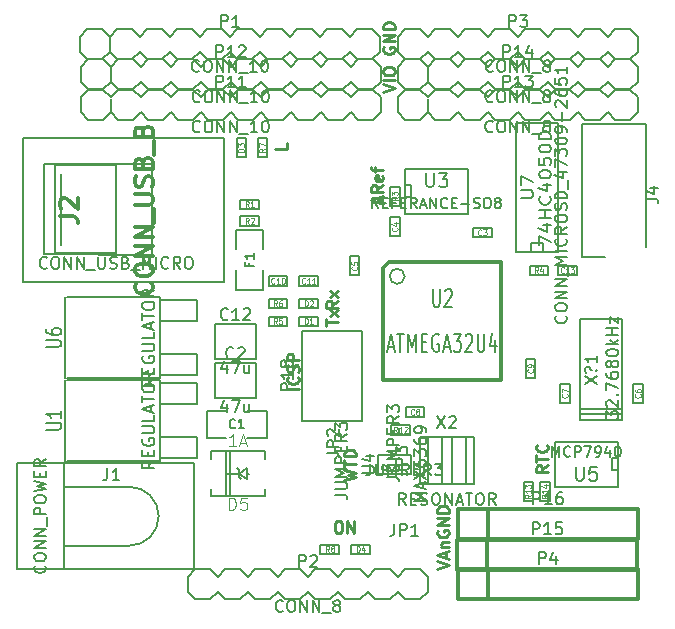
<source format=gto>
G04 (created by PCBNEW (2013-mar-13)-testing) date R 28 juuni 2013 13:42:34 EEST*
%MOIN*%
G04 Gerber Fmt 3.4, Leading zero omitted, Abs format*
%FSLAX34Y34*%
G01*
G70*
G90*
G04 APERTURE LIST*
%ADD10C,0.005906*%
%ADD11C,0.009843*%
%ADD12C,0.012000*%
%ADD13C,0.005000*%
%ADD14C,0.008000*%
%ADD15C,0.004500*%
%ADD16C,0.006000*%
%ADD17C,0.004700*%
G04 APERTURE END LIST*
G54D10*
G54D11*
X11814Y17088D02*
X12208Y17220D01*
X11814Y17351D01*
X12208Y17482D02*
X11814Y17482D01*
X11814Y17745D02*
X11814Y17820D01*
X11833Y17857D01*
X11870Y17895D01*
X11945Y17913D01*
X12076Y17913D01*
X12151Y17895D01*
X12189Y17857D01*
X12208Y17820D01*
X12208Y17745D01*
X12189Y17707D01*
X12151Y17670D01*
X12076Y17651D01*
X11945Y17651D01*
X11870Y17670D01*
X11833Y17707D01*
X11814Y17745D01*
X11833Y18588D02*
X11814Y18551D01*
X11814Y18495D01*
X11833Y18438D01*
X11870Y18401D01*
X11908Y18382D01*
X11983Y18363D01*
X12039Y18363D01*
X12114Y18382D01*
X12151Y18401D01*
X12189Y18438D01*
X12208Y18495D01*
X12208Y18532D01*
X12189Y18588D01*
X12170Y18607D01*
X12039Y18607D01*
X12039Y18532D01*
X12208Y18776D02*
X11814Y18776D01*
X12208Y19001D01*
X11814Y19001D01*
X12208Y19188D02*
X11814Y19188D01*
X11814Y19282D01*
X11833Y19338D01*
X11870Y19376D01*
X11908Y19394D01*
X11983Y19413D01*
X12039Y19413D01*
X12114Y19394D01*
X12151Y19376D01*
X12189Y19338D01*
X12208Y19282D01*
X12208Y19188D01*
X13633Y2470D02*
X13614Y2432D01*
X13614Y2376D01*
X13633Y2320D01*
X13670Y2282D01*
X13708Y2263D01*
X13783Y2245D01*
X13839Y2245D01*
X13914Y2263D01*
X13951Y2282D01*
X13989Y2320D01*
X14008Y2376D01*
X14008Y2413D01*
X13989Y2470D01*
X13970Y2488D01*
X13839Y2488D01*
X13839Y2413D01*
X14008Y2657D02*
X13614Y2657D01*
X14008Y2882D01*
X13614Y2882D01*
X14008Y3070D02*
X13614Y3070D01*
X13614Y3163D01*
X13633Y3220D01*
X13670Y3257D01*
X13708Y3276D01*
X13783Y3295D01*
X13839Y3295D01*
X13914Y3276D01*
X13951Y3257D01*
X13989Y3220D01*
X14008Y3163D01*
X14008Y3070D01*
X13614Y1192D02*
X14008Y1323D01*
X13614Y1454D01*
X13895Y1566D02*
X13895Y1754D01*
X14008Y1529D02*
X13614Y1660D01*
X14008Y1791D01*
X13745Y1923D02*
X14008Y1923D01*
X13783Y1923D02*
X13764Y1941D01*
X13745Y1979D01*
X13745Y2035D01*
X13764Y2073D01*
X13801Y2091D01*
X14008Y2091D01*
X10308Y10132D02*
X10120Y10001D01*
X10308Y9907D02*
X9914Y9907D01*
X9914Y10057D01*
X9933Y10095D01*
X9951Y10113D01*
X9989Y10132D01*
X10045Y10132D01*
X10083Y10113D01*
X10101Y10095D01*
X10120Y10057D01*
X10120Y9907D01*
X10308Y10263D02*
X10045Y10470D01*
X10045Y10263D02*
X10308Y10470D01*
X9914Y9298D02*
X9914Y9523D01*
X10308Y9410D02*
X9914Y9410D01*
X10308Y9616D02*
X10045Y9823D01*
X10045Y9616D02*
X10308Y9823D01*
X8608Y15391D02*
X8608Y15204D01*
X8214Y15204D01*
X11695Y13398D02*
X11695Y13585D01*
X11808Y13360D02*
X11414Y13492D01*
X11808Y13623D01*
X11808Y13979D02*
X11620Y13848D01*
X11808Y13754D02*
X11414Y13754D01*
X11414Y13904D01*
X11433Y13941D01*
X11451Y13960D01*
X11489Y13979D01*
X11545Y13979D01*
X11583Y13960D01*
X11601Y13941D01*
X11620Y13904D01*
X11620Y13754D01*
X11789Y14298D02*
X11808Y14260D01*
X11808Y14185D01*
X11789Y14148D01*
X11751Y14129D01*
X11601Y14129D01*
X11564Y14148D01*
X11545Y14185D01*
X11545Y14260D01*
X11564Y14298D01*
X11601Y14316D01*
X11639Y14316D01*
X11676Y14129D01*
X11545Y14429D02*
X11545Y14579D01*
X11808Y14485D02*
X11470Y14485D01*
X11433Y14504D01*
X11414Y14541D01*
X11414Y14579D01*
X10286Y2785D02*
X10361Y2785D01*
X10398Y2766D01*
X10436Y2729D01*
X10454Y2654D01*
X10454Y2523D01*
X10436Y2448D01*
X10398Y2410D01*
X10361Y2391D01*
X10286Y2391D01*
X10248Y2410D01*
X10211Y2448D01*
X10192Y2523D01*
X10192Y2654D01*
X10211Y2729D01*
X10248Y2766D01*
X10286Y2785D01*
X10623Y2391D02*
X10623Y2785D01*
X10848Y2391D01*
X10848Y2785D01*
X9008Y7188D02*
X8614Y7188D01*
X8970Y7601D02*
X8989Y7582D01*
X9008Y7526D01*
X9008Y7488D01*
X8989Y7432D01*
X8951Y7395D01*
X8914Y7376D01*
X8839Y7357D01*
X8783Y7357D01*
X8708Y7376D01*
X8670Y7395D01*
X8633Y7432D01*
X8614Y7488D01*
X8614Y7526D01*
X8633Y7582D01*
X8651Y7601D01*
X8989Y7751D02*
X9008Y7807D01*
X9008Y7901D01*
X8989Y7938D01*
X8970Y7957D01*
X8933Y7976D01*
X8895Y7976D01*
X8858Y7957D01*
X8839Y7938D01*
X8820Y7901D01*
X8801Y7826D01*
X8783Y7788D01*
X8764Y7770D01*
X8726Y7751D01*
X8689Y7751D01*
X8651Y7770D01*
X8633Y7788D01*
X8614Y7826D01*
X8614Y7920D01*
X8633Y7976D01*
X9008Y8145D02*
X8614Y8145D01*
X8614Y8295D01*
X8633Y8332D01*
X8651Y8351D01*
X8689Y8370D01*
X8745Y8370D01*
X8783Y8351D01*
X8801Y8332D01*
X8820Y8295D01*
X8820Y8145D01*
X10514Y4154D02*
X10908Y4248D01*
X10626Y4323D01*
X10908Y4398D01*
X10514Y4491D01*
X10514Y4585D02*
X10514Y4810D01*
X10908Y4698D02*
X10514Y4698D01*
X10908Y4941D02*
X10514Y4941D01*
X10514Y5035D01*
X10533Y5091D01*
X10570Y5129D01*
X10608Y5148D01*
X10683Y5166D01*
X10739Y5166D01*
X10814Y5148D01*
X10851Y5129D01*
X10889Y5091D01*
X10908Y5035D01*
X10908Y4941D01*
X17308Y4645D02*
X17120Y4513D01*
X17308Y4420D02*
X16914Y4420D01*
X16914Y4570D01*
X16933Y4607D01*
X16951Y4626D01*
X16989Y4645D01*
X17045Y4645D01*
X17083Y4626D01*
X17101Y4607D01*
X17120Y4570D01*
X17120Y4420D01*
X16914Y4757D02*
X16914Y4982D01*
X17308Y4870D02*
X16914Y4870D01*
X17270Y5338D02*
X17289Y5320D01*
X17308Y5263D01*
X17308Y5226D01*
X17289Y5170D01*
X17251Y5132D01*
X17214Y5113D01*
X17139Y5095D01*
X17083Y5095D01*
X17008Y5113D01*
X16970Y5132D01*
X16933Y5170D01*
X16914Y5226D01*
X16914Y5263D01*
X16933Y5320D01*
X16951Y5338D01*
G54D10*
X10053Y1185D02*
X10303Y935D01*
X10303Y935D02*
X10553Y1185D01*
X10553Y1185D02*
X11053Y1185D01*
X11053Y1185D02*
X11303Y935D01*
X11303Y935D02*
X11553Y1185D01*
X11553Y1185D02*
X12053Y1185D01*
X12053Y1185D02*
X12303Y935D01*
X12303Y935D02*
X12553Y1185D01*
X12553Y1185D02*
X13053Y1185D01*
X13053Y1185D02*
X13303Y935D01*
X13303Y935D02*
X13303Y435D01*
X13303Y435D02*
X13053Y185D01*
X13053Y185D02*
X12553Y185D01*
X12553Y185D02*
X12303Y435D01*
X12303Y435D02*
X12053Y185D01*
X12053Y185D02*
X11553Y185D01*
X11553Y185D02*
X11303Y435D01*
X11303Y435D02*
X11053Y185D01*
X11053Y185D02*
X10553Y185D01*
X10553Y185D02*
X10303Y435D01*
X10303Y435D02*
X10053Y185D01*
X10053Y185D02*
X9553Y185D01*
X9553Y185D02*
X9303Y435D01*
X9303Y435D02*
X9053Y185D01*
X9053Y185D02*
X8553Y185D01*
X8553Y185D02*
X8303Y435D01*
X8303Y435D02*
X8053Y185D01*
X8053Y185D02*
X7553Y185D01*
X7553Y185D02*
X7303Y435D01*
X7303Y435D02*
X7053Y185D01*
X7053Y185D02*
X6553Y185D01*
X6553Y185D02*
X6303Y435D01*
X6303Y435D02*
X6053Y185D01*
X6053Y185D02*
X5553Y185D01*
X5553Y185D02*
X5303Y435D01*
X5303Y435D02*
X5303Y685D01*
X5303Y685D02*
X5303Y935D01*
X5303Y935D02*
X5553Y1185D01*
X5553Y1185D02*
X6053Y1185D01*
X6053Y1185D02*
X6303Y935D01*
X6303Y935D02*
X6553Y1185D01*
X6553Y1185D02*
X7053Y1185D01*
X7053Y1185D02*
X7303Y935D01*
X7303Y935D02*
X7553Y1185D01*
X7553Y1185D02*
X8053Y1185D01*
X8053Y1185D02*
X8303Y935D01*
X8303Y935D02*
X8553Y1185D01*
X8553Y1185D02*
X9053Y1185D01*
X9053Y1185D02*
X9303Y935D01*
X9303Y935D02*
X9553Y1185D01*
X9553Y1185D02*
X10053Y1185D01*
X17053Y19185D02*
X17303Y18935D01*
X17303Y18935D02*
X17553Y19185D01*
X17553Y19185D02*
X18053Y19185D01*
X18053Y19185D02*
X18303Y18935D01*
X18303Y18935D02*
X18553Y19185D01*
X18553Y19185D02*
X19053Y19185D01*
X19053Y19185D02*
X19303Y18935D01*
X19303Y18935D02*
X19553Y19185D01*
X19553Y19185D02*
X20053Y19185D01*
X20053Y19185D02*
X20303Y18935D01*
X20303Y18935D02*
X20303Y18435D01*
X20303Y18435D02*
X20053Y18185D01*
X20053Y18185D02*
X19553Y18185D01*
X19553Y18185D02*
X19303Y18435D01*
X19303Y18435D02*
X19053Y18185D01*
X19053Y18185D02*
X18553Y18185D01*
X18553Y18185D02*
X18303Y18435D01*
X18303Y18435D02*
X18053Y18185D01*
X18053Y18185D02*
X17553Y18185D01*
X17553Y18185D02*
X17303Y18435D01*
X17303Y18435D02*
X17053Y18185D01*
X17053Y18185D02*
X16553Y18185D01*
X16553Y18185D02*
X16303Y18435D01*
X16303Y18435D02*
X16053Y18185D01*
X16053Y18185D02*
X15553Y18185D01*
X15553Y18185D02*
X15303Y18435D01*
X15303Y18435D02*
X15053Y18185D01*
X15053Y18185D02*
X14553Y18185D01*
X14553Y18185D02*
X14303Y18435D01*
X14303Y18435D02*
X14053Y18185D01*
X14053Y18185D02*
X13553Y18185D01*
X13553Y18185D02*
X13303Y18435D01*
X13303Y18435D02*
X13053Y18185D01*
X13053Y18185D02*
X12553Y18185D01*
X12553Y18185D02*
X12303Y18435D01*
X12303Y18435D02*
X12303Y18685D01*
X12303Y18685D02*
X12303Y18935D01*
X12303Y18935D02*
X12553Y19185D01*
X12553Y19185D02*
X13053Y19185D01*
X13053Y19185D02*
X13303Y18935D01*
X13303Y18935D02*
X13553Y19185D01*
X13553Y19185D02*
X14053Y19185D01*
X14053Y19185D02*
X14303Y18935D01*
X14303Y18935D02*
X14553Y19185D01*
X14553Y19185D02*
X15053Y19185D01*
X15053Y19185D02*
X15303Y18935D01*
X15303Y18935D02*
X15553Y19185D01*
X15553Y19185D02*
X16053Y19185D01*
X16053Y19185D02*
X16303Y18935D01*
X16303Y18935D02*
X16553Y19185D01*
X16553Y19185D02*
X17053Y19185D01*
G54D12*
X14303Y185D02*
X14303Y1185D01*
X14303Y1185D02*
X20303Y1185D01*
X20303Y1185D02*
X20303Y185D01*
X20303Y185D02*
X14303Y185D01*
X15303Y185D02*
X15303Y1185D01*
G54D10*
X9703Y18935D02*
X9953Y19185D01*
X9953Y19185D02*
X10453Y19185D01*
X10453Y19185D02*
X10703Y18935D01*
X10703Y18935D02*
X10953Y19185D01*
X10953Y19185D02*
X11453Y19185D01*
X11453Y19185D02*
X11703Y18935D01*
X11703Y18935D02*
X11703Y18435D01*
X11703Y18435D02*
X11453Y18185D01*
X11453Y18185D02*
X10953Y18185D01*
X10953Y18185D02*
X10703Y18435D01*
X10703Y18435D02*
X10453Y18185D01*
X10453Y18185D02*
X9953Y18185D01*
X9953Y18185D02*
X9703Y18435D01*
X2703Y18885D02*
X2703Y18485D01*
X6453Y19185D02*
X6703Y18935D01*
X6703Y18935D02*
X6953Y19185D01*
X6953Y19185D02*
X7453Y19185D01*
X7453Y19185D02*
X7703Y18935D01*
X7703Y18935D02*
X7953Y19185D01*
X7953Y19185D02*
X8453Y19185D01*
X8453Y19185D02*
X8703Y18935D01*
X8703Y18935D02*
X8953Y19185D01*
X8953Y19185D02*
X9453Y19185D01*
X9453Y19185D02*
X9703Y18935D01*
X9703Y18435D02*
X9453Y18185D01*
X9453Y18185D02*
X8953Y18185D01*
X8953Y18185D02*
X8703Y18435D01*
X8703Y18435D02*
X8453Y18185D01*
X8453Y18185D02*
X7953Y18185D01*
X7953Y18185D02*
X7703Y18435D01*
X7703Y18435D02*
X7453Y18185D01*
X7453Y18185D02*
X6953Y18185D01*
X6953Y18185D02*
X6703Y18435D01*
X6703Y18435D02*
X6453Y18185D01*
X6453Y18185D02*
X5953Y18185D01*
X5953Y18185D02*
X5703Y18435D01*
X5703Y18435D02*
X5453Y18185D01*
X5453Y18185D02*
X4953Y18185D01*
X4953Y18185D02*
X4703Y18435D01*
X4703Y18435D02*
X4453Y18185D01*
X4453Y18185D02*
X3953Y18185D01*
X3953Y18185D02*
X3703Y18435D01*
X3703Y18435D02*
X3453Y18185D01*
X3453Y18185D02*
X2953Y18185D01*
X2953Y18185D02*
X2703Y18435D01*
X2703Y18435D02*
X2453Y18185D01*
X2453Y18185D02*
X1953Y18185D01*
X1953Y18185D02*
X1703Y18435D01*
X1703Y18435D02*
X1703Y18685D01*
X1703Y18685D02*
X1703Y18935D01*
X1703Y18935D02*
X1953Y19185D01*
X1953Y19185D02*
X2453Y19185D01*
X2453Y19185D02*
X2703Y18935D01*
X2703Y18935D02*
X2953Y19185D01*
X2953Y19185D02*
X3453Y19185D01*
X3453Y19185D02*
X3703Y18935D01*
X3703Y18935D02*
X3953Y19185D01*
X3953Y19185D02*
X4453Y19185D01*
X4453Y19185D02*
X4703Y18935D01*
X4703Y18935D02*
X4953Y19185D01*
X4953Y19185D02*
X5453Y19185D01*
X5453Y19185D02*
X5703Y18935D01*
X5703Y18935D02*
X5953Y19185D01*
X5953Y19185D02*
X6453Y19185D01*
X7047Y13503D02*
X7677Y13503D01*
X7677Y13503D02*
X7677Y13188D01*
X7677Y13188D02*
X7047Y13188D01*
X7047Y13188D02*
X7047Y13503D01*
X7677Y12637D02*
X7047Y12637D01*
X7047Y12637D02*
X7047Y12952D01*
X7047Y12952D02*
X7677Y12952D01*
X7677Y12952D02*
X7677Y12637D01*
X13299Y17877D02*
X13299Y17477D01*
X17049Y18177D02*
X17299Y17927D01*
X17299Y17927D02*
X17549Y18177D01*
X17549Y18177D02*
X18049Y18177D01*
X18049Y18177D02*
X18299Y17927D01*
X18299Y17927D02*
X18549Y18177D01*
X18549Y18177D02*
X19049Y18177D01*
X19049Y18177D02*
X19299Y17927D01*
X19299Y17927D02*
X19549Y18177D01*
X19549Y18177D02*
X20049Y18177D01*
X20049Y18177D02*
X20299Y17927D01*
X20299Y17927D02*
X20299Y17427D01*
X20299Y17427D02*
X20049Y17177D01*
X20049Y17177D02*
X19549Y17177D01*
X19549Y17177D02*
X19299Y17427D01*
X19299Y17427D02*
X19049Y17177D01*
X19049Y17177D02*
X18549Y17177D01*
X18549Y17177D02*
X18299Y17427D01*
X18299Y17427D02*
X18049Y17177D01*
X18049Y17177D02*
X17549Y17177D01*
X17549Y17177D02*
X17299Y17427D01*
X17299Y17427D02*
X17049Y17177D01*
X17049Y17177D02*
X16549Y17177D01*
X16549Y17177D02*
X16299Y17427D01*
X16299Y17427D02*
X16049Y17177D01*
X16049Y17177D02*
X15549Y17177D01*
X15549Y17177D02*
X15299Y17427D01*
X15299Y17427D02*
X15049Y17177D01*
X15049Y17177D02*
X14549Y17177D01*
X14549Y17177D02*
X14299Y17427D01*
X14299Y17427D02*
X14049Y17177D01*
X14049Y17177D02*
X13549Y17177D01*
X13549Y17177D02*
X13299Y17427D01*
X13299Y17427D02*
X13049Y17177D01*
X13049Y17177D02*
X12549Y17177D01*
X12549Y17177D02*
X12299Y17427D01*
X12299Y17427D02*
X12299Y17677D01*
X12299Y17677D02*
X12299Y17927D01*
X12299Y17927D02*
X12549Y18177D01*
X12549Y18177D02*
X13049Y18177D01*
X13049Y18177D02*
X13299Y17927D01*
X13299Y17927D02*
X13549Y18177D01*
X13549Y18177D02*
X14049Y18177D01*
X14049Y18177D02*
X14299Y17927D01*
X14299Y17927D02*
X14549Y18177D01*
X14549Y18177D02*
X15049Y18177D01*
X15049Y18177D02*
X15299Y17927D01*
X15299Y17927D02*
X15549Y18177D01*
X15549Y18177D02*
X16049Y18177D01*
X16049Y18177D02*
X16299Y17927D01*
X16299Y17927D02*
X16549Y18177D01*
X16549Y18177D02*
X17049Y18177D01*
X13299Y16873D02*
X13299Y16473D01*
X17049Y17173D02*
X17299Y16923D01*
X17299Y16923D02*
X17549Y17173D01*
X17549Y17173D02*
X18049Y17173D01*
X18049Y17173D02*
X18299Y16923D01*
X18299Y16923D02*
X18549Y17173D01*
X18549Y17173D02*
X19049Y17173D01*
X19049Y17173D02*
X19299Y16923D01*
X19299Y16923D02*
X19549Y17173D01*
X19549Y17173D02*
X20049Y17173D01*
X20049Y17173D02*
X20299Y16923D01*
X20299Y16923D02*
X20299Y16423D01*
X20299Y16423D02*
X20049Y16173D01*
X20049Y16173D02*
X19549Y16173D01*
X19549Y16173D02*
X19299Y16423D01*
X19299Y16423D02*
X19049Y16173D01*
X19049Y16173D02*
X18549Y16173D01*
X18549Y16173D02*
X18299Y16423D01*
X18299Y16423D02*
X18049Y16173D01*
X18049Y16173D02*
X17549Y16173D01*
X17549Y16173D02*
X17299Y16423D01*
X17299Y16423D02*
X17049Y16173D01*
X17049Y16173D02*
X16549Y16173D01*
X16549Y16173D02*
X16299Y16423D01*
X16299Y16423D02*
X16049Y16173D01*
X16049Y16173D02*
X15549Y16173D01*
X15549Y16173D02*
X15299Y16423D01*
X15299Y16423D02*
X15049Y16173D01*
X15049Y16173D02*
X14549Y16173D01*
X14549Y16173D02*
X14299Y16423D01*
X14299Y16423D02*
X14049Y16173D01*
X14049Y16173D02*
X13549Y16173D01*
X13549Y16173D02*
X13299Y16423D01*
X13299Y16423D02*
X13049Y16173D01*
X13049Y16173D02*
X12549Y16173D01*
X12549Y16173D02*
X12299Y16423D01*
X12299Y16423D02*
X12299Y16673D01*
X12299Y16673D02*
X12299Y16923D01*
X12299Y16923D02*
X12549Y17173D01*
X12549Y17173D02*
X13049Y17173D01*
X13049Y17173D02*
X13299Y16923D01*
X13299Y16923D02*
X13549Y17173D01*
X13549Y17173D02*
X14049Y17173D01*
X14049Y17173D02*
X14299Y16923D01*
X14299Y16923D02*
X14549Y17173D01*
X14549Y17173D02*
X15049Y17173D01*
X15049Y17173D02*
X15299Y16923D01*
X15299Y16923D02*
X15549Y17173D01*
X15549Y17173D02*
X16049Y17173D01*
X16049Y17173D02*
X16299Y16923D01*
X16299Y16923D02*
X16549Y17173D01*
X16549Y17173D02*
X17049Y17173D01*
G54D12*
X14283Y1173D02*
X14283Y2173D01*
X14283Y2173D02*
X20283Y2173D01*
X20283Y2173D02*
X20283Y1173D01*
X20283Y1173D02*
X14283Y1173D01*
X15283Y1173D02*
X15283Y2173D01*
X14303Y2177D02*
X14303Y3177D01*
X14303Y3177D02*
X20303Y3177D01*
X20303Y3177D02*
X20303Y2177D01*
X20303Y2177D02*
X14303Y2177D01*
X15303Y2177D02*
X15303Y3177D01*
G54D10*
X9732Y17927D02*
X9982Y18177D01*
X9982Y18177D02*
X10482Y18177D01*
X10482Y18177D02*
X10732Y17927D01*
X10732Y17927D02*
X10982Y18177D01*
X10982Y18177D02*
X11482Y18177D01*
X11482Y18177D02*
X11732Y17927D01*
X11732Y17927D02*
X11732Y17427D01*
X11732Y17427D02*
X11482Y17177D01*
X11482Y17177D02*
X10982Y17177D01*
X10982Y17177D02*
X10732Y17427D01*
X10732Y17427D02*
X10482Y17177D01*
X10482Y17177D02*
X9982Y17177D01*
X9982Y17177D02*
X9732Y17427D01*
X2732Y17877D02*
X2732Y17477D01*
X6482Y18177D02*
X6732Y17927D01*
X6732Y17927D02*
X6982Y18177D01*
X6982Y18177D02*
X7482Y18177D01*
X7482Y18177D02*
X7732Y17927D01*
X7732Y17927D02*
X7982Y18177D01*
X7982Y18177D02*
X8482Y18177D01*
X8482Y18177D02*
X8732Y17927D01*
X8732Y17927D02*
X8982Y18177D01*
X8982Y18177D02*
X9482Y18177D01*
X9482Y18177D02*
X9732Y17927D01*
X9732Y17427D02*
X9482Y17177D01*
X9482Y17177D02*
X8982Y17177D01*
X8982Y17177D02*
X8732Y17427D01*
X8732Y17427D02*
X8482Y17177D01*
X8482Y17177D02*
X7982Y17177D01*
X7982Y17177D02*
X7732Y17427D01*
X7732Y17427D02*
X7482Y17177D01*
X7482Y17177D02*
X6982Y17177D01*
X6982Y17177D02*
X6732Y17427D01*
X6732Y17427D02*
X6482Y17177D01*
X6482Y17177D02*
X5982Y17177D01*
X5982Y17177D02*
X5732Y17427D01*
X5732Y17427D02*
X5482Y17177D01*
X5482Y17177D02*
X4982Y17177D01*
X4982Y17177D02*
X4732Y17427D01*
X4732Y17427D02*
X4482Y17177D01*
X4482Y17177D02*
X3982Y17177D01*
X3982Y17177D02*
X3732Y17427D01*
X3732Y17427D02*
X3482Y17177D01*
X3482Y17177D02*
X2982Y17177D01*
X2982Y17177D02*
X2732Y17427D01*
X2732Y17427D02*
X2482Y17177D01*
X2482Y17177D02*
X1982Y17177D01*
X1982Y17177D02*
X1732Y17427D01*
X1732Y17427D02*
X1732Y17677D01*
X1732Y17677D02*
X1732Y17927D01*
X1732Y17927D02*
X1982Y18177D01*
X1982Y18177D02*
X2482Y18177D01*
X2482Y18177D02*
X2732Y17927D01*
X2732Y17927D02*
X2982Y18177D01*
X2982Y18177D02*
X3482Y18177D01*
X3482Y18177D02*
X3732Y17927D01*
X3732Y17927D02*
X3982Y18177D01*
X3982Y18177D02*
X4482Y18177D01*
X4482Y18177D02*
X4732Y17927D01*
X4732Y17927D02*
X4982Y18177D01*
X4982Y18177D02*
X5482Y18177D01*
X5482Y18177D02*
X5732Y17927D01*
X5732Y17927D02*
X5982Y18177D01*
X5982Y18177D02*
X6482Y18177D01*
X9732Y16923D02*
X9982Y17173D01*
X9982Y17173D02*
X10482Y17173D01*
X10482Y17173D02*
X10732Y16923D01*
X10732Y16923D02*
X10982Y17173D01*
X10982Y17173D02*
X11482Y17173D01*
X11482Y17173D02*
X11732Y16923D01*
X11732Y16923D02*
X11732Y16423D01*
X11732Y16423D02*
X11482Y16173D01*
X11482Y16173D02*
X10982Y16173D01*
X10982Y16173D02*
X10732Y16423D01*
X10732Y16423D02*
X10482Y16173D01*
X10482Y16173D02*
X9982Y16173D01*
X9982Y16173D02*
X9732Y16423D01*
X2732Y16873D02*
X2732Y16473D01*
X6482Y17173D02*
X6732Y16923D01*
X6732Y16923D02*
X6982Y17173D01*
X6982Y17173D02*
X7482Y17173D01*
X7482Y17173D02*
X7732Y16923D01*
X7732Y16923D02*
X7982Y17173D01*
X7982Y17173D02*
X8482Y17173D01*
X8482Y17173D02*
X8732Y16923D01*
X8732Y16923D02*
X8982Y17173D01*
X8982Y17173D02*
X9482Y17173D01*
X9482Y17173D02*
X9732Y16923D01*
X9732Y16423D02*
X9482Y16173D01*
X9482Y16173D02*
X8982Y16173D01*
X8982Y16173D02*
X8732Y16423D01*
X8732Y16423D02*
X8482Y16173D01*
X8482Y16173D02*
X7982Y16173D01*
X7982Y16173D02*
X7732Y16423D01*
X7732Y16423D02*
X7482Y16173D01*
X7482Y16173D02*
X6982Y16173D01*
X6982Y16173D02*
X6732Y16423D01*
X6732Y16423D02*
X6482Y16173D01*
X6482Y16173D02*
X5982Y16173D01*
X5982Y16173D02*
X5732Y16423D01*
X5732Y16423D02*
X5482Y16173D01*
X5482Y16173D02*
X4982Y16173D01*
X4982Y16173D02*
X4732Y16423D01*
X4732Y16423D02*
X4482Y16173D01*
X4482Y16173D02*
X3982Y16173D01*
X3982Y16173D02*
X3732Y16423D01*
X3732Y16423D02*
X3482Y16173D01*
X3482Y16173D02*
X2982Y16173D01*
X2982Y16173D02*
X2732Y16423D01*
X2732Y16423D02*
X2482Y16173D01*
X2482Y16173D02*
X1982Y16173D01*
X1982Y16173D02*
X1732Y16423D01*
X1732Y16423D02*
X1732Y16673D01*
X1732Y16673D02*
X1732Y16923D01*
X1732Y16923D02*
X1982Y17173D01*
X1982Y17173D02*
X2482Y17173D01*
X2482Y17173D02*
X2732Y16923D01*
X2732Y16923D02*
X2982Y17173D01*
X2982Y17173D02*
X3482Y17173D01*
X3482Y17173D02*
X3732Y16923D01*
X3732Y16923D02*
X3982Y17173D01*
X3982Y17173D02*
X4482Y17173D01*
X4482Y17173D02*
X4732Y16923D01*
X4732Y16923D02*
X4982Y17173D01*
X4982Y17173D02*
X5482Y17173D01*
X5482Y17173D02*
X5732Y16923D01*
X5732Y16923D02*
X5982Y17173D01*
X5982Y17173D02*
X6482Y17173D01*
G54D13*
X7812Y12496D02*
X6912Y12496D01*
X6912Y12496D02*
X6912Y11846D01*
X7812Y11146D02*
X7812Y10496D01*
X7812Y10496D02*
X6912Y10496D01*
X6912Y10496D02*
X6912Y11146D01*
X7812Y11846D02*
X7812Y12496D01*
X5929Y6473D02*
X5929Y5573D01*
X5929Y5573D02*
X6579Y5573D01*
X7279Y6473D02*
X7929Y6473D01*
X7929Y6473D02*
X7929Y5573D01*
X7929Y5573D02*
X7279Y5573D01*
X6579Y6473D02*
X5929Y6473D01*
G54D10*
X4114Y14704D02*
X4114Y11673D01*
X4114Y11673D02*
X492Y11692D01*
X492Y11692D02*
X492Y14704D01*
X492Y14704D02*
X4114Y14704D01*
X1062Y14370D02*
X1062Y12007D01*
X866Y14665D02*
X2913Y14665D01*
X2913Y14665D02*
X2913Y11712D01*
X2913Y11712D02*
X866Y11712D01*
X866Y11712D02*
X866Y14665D01*
X4330Y2952D02*
G75*
G03X3346Y3937I-984J0D01*
G74*
G01*
X3346Y1968D02*
G75*
G03X4330Y2952I0J984D01*
G74*
G01*
X3346Y3937D02*
X1181Y3937D01*
X1181Y1968D02*
X3346Y1968D01*
X1181Y1181D02*
X1181Y4724D01*
X-393Y1181D02*
X-393Y4724D01*
X-393Y4724D02*
X5511Y4724D01*
X5511Y4724D02*
X5511Y1181D01*
X5511Y1181D02*
X-393Y1181D01*
G54D13*
X4360Y6691D02*
X5610Y6691D01*
X5610Y6691D02*
X5610Y7391D01*
X5610Y7391D02*
X4360Y7391D01*
X4360Y4891D02*
X5610Y4891D01*
X5610Y4891D02*
X5610Y5591D01*
X5610Y5591D02*
X4360Y5591D01*
X1960Y7491D02*
X4360Y7491D01*
X4360Y7491D02*
X4360Y4791D01*
X4360Y4791D02*
X1260Y4791D01*
X1210Y4791D02*
X1210Y7491D01*
X1260Y7491D02*
X1960Y7491D01*
G54D10*
X6200Y8070D02*
X7578Y8070D01*
X7578Y8070D02*
X7578Y6889D01*
X7578Y6889D02*
X6200Y6889D01*
X6200Y6889D02*
X6200Y8070D01*
X14803Y12559D02*
X15433Y12559D01*
X15433Y12559D02*
X15433Y12244D01*
X15433Y12244D02*
X14803Y12244D01*
X14803Y12244D02*
X14803Y12559D01*
X12362Y12913D02*
X12362Y12283D01*
X12362Y12283D02*
X12047Y12283D01*
X12047Y12283D02*
X12047Y12913D01*
X12047Y12913D02*
X12362Y12913D01*
X11023Y11614D02*
X11023Y10984D01*
X11023Y10984D02*
X10708Y10984D01*
X10708Y10984D02*
X10708Y11614D01*
X10708Y11614D02*
X11023Y11614D01*
X13188Y6259D02*
X12559Y6259D01*
X12559Y6259D02*
X12559Y6574D01*
X12559Y6574D02*
X13188Y6574D01*
X13188Y6574D02*
X13188Y6259D01*
X16574Y7559D02*
X16574Y8188D01*
X16574Y8188D02*
X16889Y8188D01*
X16889Y8188D02*
X16889Y7559D01*
X16889Y7559D02*
X16574Y7559D01*
X8622Y10629D02*
X7992Y10629D01*
X7992Y10629D02*
X7992Y10944D01*
X7992Y10944D02*
X8622Y10944D01*
X8622Y10944D02*
X8622Y10629D01*
X9015Y10944D02*
X9645Y10944D01*
X9645Y10944D02*
X9645Y10629D01*
X9645Y10629D02*
X9015Y10629D01*
X9015Y10629D02*
X9015Y10944D01*
X9015Y9606D02*
X9645Y9606D01*
X9645Y9606D02*
X9645Y9291D01*
X9645Y9291D02*
X9015Y9291D01*
X9015Y9291D02*
X9015Y9606D01*
X9015Y10196D02*
X9645Y10196D01*
X9645Y10196D02*
X9645Y9881D01*
X9645Y9881D02*
X9015Y9881D01*
X9015Y9881D02*
X9015Y10196D01*
X6929Y14921D02*
X6929Y15551D01*
X6929Y15551D02*
X7244Y15551D01*
X7244Y15551D02*
X7244Y14921D01*
X7244Y14921D02*
X6929Y14921D01*
X10748Y2007D02*
X11377Y2007D01*
X11377Y2007D02*
X11377Y1692D01*
X11377Y1692D02*
X10748Y1692D01*
X10748Y1692D02*
X10748Y2007D01*
X12047Y13307D02*
X12047Y13937D01*
X12047Y13937D02*
X12362Y13937D01*
X12362Y13937D02*
X12362Y13307D01*
X12362Y13307D02*
X12047Y13307D01*
X16692Y11299D02*
X17322Y11299D01*
X17322Y11299D02*
X17322Y10984D01*
X17322Y10984D02*
X16692Y10984D01*
X16692Y10984D02*
X16692Y11299D01*
X8622Y9291D02*
X7992Y9291D01*
X7992Y9291D02*
X7992Y9606D01*
X7992Y9606D02*
X8622Y9606D01*
X8622Y9606D02*
X8622Y9291D01*
X8622Y9881D02*
X7992Y9881D01*
X7992Y9881D02*
X7992Y10196D01*
X7992Y10196D02*
X8622Y10196D01*
X8622Y10196D02*
X8622Y9881D01*
X7952Y15551D02*
X7952Y14921D01*
X7952Y14921D02*
X7637Y14921D01*
X7637Y14921D02*
X7637Y15551D01*
X7637Y15551D02*
X7952Y15551D01*
X10354Y1692D02*
X9724Y1692D01*
X9724Y1692D02*
X9724Y2007D01*
X9724Y2007D02*
X10354Y2007D01*
X10354Y2007D02*
X10354Y1692D01*
G54D13*
X12532Y13079D02*
X12532Y13029D01*
X12532Y13029D02*
X14632Y13029D01*
X14632Y14529D02*
X12532Y14529D01*
X12532Y14529D02*
X12532Y13079D01*
X12532Y13979D02*
X12732Y13979D01*
X12732Y13979D02*
X12732Y13579D01*
X12732Y13579D02*
X12532Y13579D01*
X14632Y14529D02*
X14632Y13029D01*
G54D12*
X15749Y11418D02*
X15749Y7478D01*
X15749Y7478D02*
X11809Y7478D01*
X11809Y11228D02*
X11809Y7478D01*
X11999Y11418D02*
X15749Y11418D01*
X11809Y11228D02*
X11999Y11418D01*
G54D14*
X12529Y10948D02*
G75*
G03X12529Y10948I-250J0D01*
G74*
G01*
G54D10*
X13307Y5590D02*
X13307Y4015D01*
X14566Y5590D02*
X14566Y4015D01*
X14094Y5590D02*
X14094Y4015D01*
X13779Y5590D02*
X13779Y4015D01*
X13031Y5590D02*
X14842Y5590D01*
X14842Y5590D02*
X14842Y4015D01*
X14842Y4015D02*
X13070Y4015D01*
X13070Y4015D02*
X13031Y4015D01*
X13031Y4015D02*
X13031Y5590D01*
X12716Y5669D02*
X12086Y5669D01*
X12086Y5669D02*
X12086Y5984D01*
X12086Y5984D02*
X12716Y5984D01*
X12716Y5984D02*
X12716Y5669D01*
X16496Y3464D02*
X16496Y4094D01*
X16496Y4094D02*
X16811Y4094D01*
X16811Y4094D02*
X16811Y3464D01*
X16811Y3464D02*
X16496Y3464D01*
X17047Y3464D02*
X17047Y4094D01*
X17047Y4094D02*
X17362Y4094D01*
X17362Y4094D02*
X17362Y3464D01*
X17362Y3464D02*
X17047Y3464D01*
G54D13*
X19632Y5385D02*
X19632Y5435D01*
X19632Y5435D02*
X17532Y5435D01*
X17532Y3935D02*
X19632Y3935D01*
X19632Y3935D02*
X19632Y5385D01*
X19632Y4485D02*
X19432Y4485D01*
X19432Y4485D02*
X19432Y4885D01*
X19432Y4885D02*
X19632Y4885D01*
X17532Y3935D02*
X17532Y5435D01*
G54D10*
X18366Y6358D02*
X19783Y6358D01*
X19783Y6358D02*
X19783Y6515D01*
X19783Y6515D02*
X18366Y6515D01*
X19783Y6141D02*
X19783Y9527D01*
X19783Y9527D02*
X18366Y9527D01*
X18366Y9527D02*
X18366Y6141D01*
X18366Y6141D02*
X19783Y6141D01*
X20472Y7362D02*
X20472Y6732D01*
X20472Y6732D02*
X20157Y6732D01*
X20157Y6732D02*
X20157Y7362D01*
X20157Y7362D02*
X20472Y7362D01*
X17716Y6732D02*
X17716Y7362D01*
X17716Y7362D02*
X18031Y7362D01*
X18031Y7362D02*
X18031Y6732D01*
X18031Y6732D02*
X17716Y6732D01*
X11938Y4566D02*
G75*
G03X11938Y4566I-88J0D01*
G74*
G01*
X11653Y4370D02*
X11653Y5000D01*
X11653Y5000D02*
X12755Y5000D01*
X12755Y5000D02*
X12755Y4370D01*
X12755Y4370D02*
X11653Y4370D01*
G54D14*
X16229Y11747D02*
X16229Y16047D01*
X16229Y16047D02*
X17629Y16047D01*
X17629Y16047D02*
X17629Y11747D01*
X17629Y11747D02*
X16229Y11747D01*
X16729Y11747D02*
X16729Y12047D01*
X16729Y12047D02*
X17129Y12047D01*
X17129Y12047D02*
X17129Y11747D01*
G54D13*
X4360Y9447D02*
X5610Y9447D01*
X5610Y9447D02*
X5610Y10147D01*
X5610Y10147D02*
X4360Y10147D01*
X4360Y7647D02*
X5610Y7647D01*
X5610Y7647D02*
X5610Y8347D01*
X5610Y8347D02*
X4360Y8347D01*
X1960Y10247D02*
X4360Y10247D01*
X4360Y10247D02*
X4360Y7547D01*
X4360Y7547D02*
X1260Y7547D01*
X1210Y7547D02*
X1210Y10247D01*
X1260Y10247D02*
X1960Y10247D01*
G54D10*
X20590Y11929D02*
X20590Y16023D01*
X20590Y16023D02*
X18425Y16023D01*
X18425Y16023D02*
X18425Y11574D01*
X18425Y11574D02*
X19212Y11574D01*
G54D14*
X11118Y9137D02*
X11118Y6137D01*
X9118Y6137D02*
X9118Y9137D01*
X9118Y9137D02*
X11118Y9137D01*
X11118Y6137D02*
X9118Y6137D01*
G54D10*
X6200Y9370D02*
X7578Y9370D01*
X7578Y9370D02*
X7578Y8188D01*
X7578Y8188D02*
X6200Y8188D01*
X6200Y8188D02*
X6200Y9370D01*
X17637Y11299D02*
X18267Y11299D01*
X18267Y11299D02*
X18267Y10984D01*
X18267Y10984D02*
X17637Y10984D01*
X17637Y10984D02*
X17637Y11299D01*
G54D13*
X-191Y15549D02*
X-191Y10749D01*
X-191Y10749D02*
X6508Y10749D01*
X6508Y10749D02*
X6508Y15549D01*
X6508Y15549D02*
X-191Y15549D01*
X7268Y4370D02*
X7348Y4370D01*
X7868Y3620D02*
X6068Y3620D01*
X6068Y3620D02*
X6068Y3870D01*
X6708Y5120D02*
X6708Y3620D01*
X6578Y5120D02*
X6578Y3620D01*
X7868Y4870D02*
X7868Y5120D01*
X7868Y5120D02*
X6068Y5120D01*
X6068Y5120D02*
X6068Y4870D01*
X7868Y3870D02*
X7868Y3620D01*
X7018Y4370D02*
X7268Y4183D01*
X7268Y4183D02*
X7268Y4370D01*
X7268Y4370D02*
X7268Y4557D01*
X7268Y4557D02*
X7018Y4370D01*
X7018Y4370D02*
X7018Y4245D01*
X7018Y4245D02*
X7080Y4183D01*
X7018Y4370D02*
X7018Y4495D01*
X7018Y4495D02*
X6956Y4557D01*
X7018Y4370D02*
X6581Y4370D01*
G54D10*
X9012Y1256D02*
X9012Y1650D01*
X9162Y1650D01*
X9200Y1631D01*
X9218Y1613D01*
X9237Y1575D01*
X9237Y1519D01*
X9218Y1481D01*
X9200Y1463D01*
X9162Y1444D01*
X9012Y1444D01*
X9387Y1613D02*
X9406Y1631D01*
X9443Y1650D01*
X9537Y1650D01*
X9574Y1631D01*
X9593Y1613D01*
X9612Y1575D01*
X9612Y1538D01*
X9593Y1481D01*
X9368Y1256D01*
X9612Y1256D01*
X8468Y-205D02*
X8450Y-224D01*
X8393Y-243D01*
X8356Y-243D01*
X8300Y-224D01*
X8262Y-186D01*
X8243Y-149D01*
X8225Y-74D01*
X8225Y-18D01*
X8243Y56D01*
X8262Y94D01*
X8300Y131D01*
X8356Y150D01*
X8393Y150D01*
X8450Y131D01*
X8468Y113D01*
X8712Y150D02*
X8787Y150D01*
X8825Y131D01*
X8862Y94D01*
X8881Y19D01*
X8881Y-111D01*
X8862Y-186D01*
X8825Y-224D01*
X8787Y-243D01*
X8712Y-243D01*
X8675Y-224D01*
X8637Y-186D01*
X8618Y-111D01*
X8618Y19D01*
X8637Y94D01*
X8675Y131D01*
X8712Y150D01*
X9050Y-243D02*
X9050Y150D01*
X9275Y-243D01*
X9275Y150D01*
X9462Y-243D02*
X9462Y150D01*
X9687Y-243D01*
X9687Y150D01*
X9781Y-280D02*
X10081Y-280D01*
X10231Y-18D02*
X10193Y0D01*
X10174Y19D01*
X10156Y56D01*
X10156Y75D01*
X10174Y113D01*
X10193Y131D01*
X10231Y150D01*
X10306Y150D01*
X10343Y131D01*
X10362Y113D01*
X10381Y75D01*
X10381Y56D01*
X10362Y19D01*
X10343Y0D01*
X10306Y-18D01*
X10231Y-18D01*
X10193Y-36D01*
X10174Y-55D01*
X10156Y-93D01*
X10156Y-168D01*
X10174Y-205D01*
X10193Y-224D01*
X10231Y-243D01*
X10306Y-243D01*
X10343Y-224D01*
X10362Y-205D01*
X10381Y-168D01*
X10381Y-93D01*
X10362Y-55D01*
X10343Y-36D01*
X10306Y-18D01*
X16012Y19256D02*
X16012Y19650D01*
X16162Y19650D01*
X16200Y19631D01*
X16218Y19613D01*
X16237Y19575D01*
X16237Y19519D01*
X16218Y19481D01*
X16200Y19463D01*
X16162Y19444D01*
X16012Y19444D01*
X16368Y19650D02*
X16612Y19650D01*
X16481Y19500D01*
X16537Y19500D01*
X16574Y19481D01*
X16593Y19463D01*
X16612Y19425D01*
X16612Y19331D01*
X16593Y19294D01*
X16574Y19275D01*
X16537Y19256D01*
X16425Y19256D01*
X16387Y19275D01*
X16368Y19294D01*
X15468Y17794D02*
X15450Y17775D01*
X15393Y17756D01*
X15356Y17756D01*
X15300Y17775D01*
X15262Y17813D01*
X15243Y17850D01*
X15225Y17925D01*
X15225Y17981D01*
X15243Y18056D01*
X15262Y18094D01*
X15300Y18131D01*
X15356Y18150D01*
X15393Y18150D01*
X15450Y18131D01*
X15468Y18113D01*
X15712Y18150D02*
X15787Y18150D01*
X15825Y18131D01*
X15862Y18094D01*
X15881Y18019D01*
X15881Y17888D01*
X15862Y17813D01*
X15825Y17775D01*
X15787Y17756D01*
X15712Y17756D01*
X15675Y17775D01*
X15637Y17813D01*
X15618Y17888D01*
X15618Y18019D01*
X15637Y18094D01*
X15675Y18131D01*
X15712Y18150D01*
X16050Y17756D02*
X16050Y18150D01*
X16275Y17756D01*
X16275Y18150D01*
X16462Y17756D02*
X16462Y18150D01*
X16687Y17756D01*
X16687Y18150D01*
X16781Y17719D02*
X17081Y17719D01*
X17231Y17981D02*
X17193Y18000D01*
X17174Y18019D01*
X17156Y18056D01*
X17156Y18075D01*
X17174Y18113D01*
X17193Y18131D01*
X17231Y18150D01*
X17306Y18150D01*
X17343Y18131D01*
X17362Y18113D01*
X17381Y18075D01*
X17381Y18056D01*
X17362Y18019D01*
X17343Y18000D01*
X17306Y17981D01*
X17231Y17981D01*
X17193Y17963D01*
X17174Y17944D01*
X17156Y17906D01*
X17156Y17831D01*
X17174Y17794D01*
X17193Y17775D01*
X17231Y17756D01*
X17306Y17756D01*
X17343Y17775D01*
X17362Y17794D01*
X17381Y17831D01*
X17381Y17906D01*
X17362Y17944D01*
X17343Y17963D01*
X17306Y17981D01*
G54D14*
X17007Y1354D02*
X17007Y1754D01*
X17160Y1754D01*
X17198Y1735D01*
X17217Y1715D01*
X17236Y1677D01*
X17236Y1620D01*
X17217Y1582D01*
X17198Y1563D01*
X17160Y1544D01*
X17007Y1544D01*
X17579Y1620D02*
X17579Y1354D01*
X17484Y1773D02*
X17388Y1487D01*
X17636Y1487D01*
G54D10*
X6412Y19256D02*
X6412Y19650D01*
X6562Y19650D01*
X6600Y19631D01*
X6618Y19613D01*
X6637Y19575D01*
X6637Y19519D01*
X6618Y19481D01*
X6600Y19463D01*
X6562Y19444D01*
X6412Y19444D01*
X7012Y19256D02*
X6787Y19256D01*
X6900Y19256D02*
X6900Y19650D01*
X6862Y19594D01*
X6825Y19556D01*
X6787Y19538D01*
X5681Y17794D02*
X5662Y17775D01*
X5606Y17756D01*
X5568Y17756D01*
X5512Y17775D01*
X5475Y17813D01*
X5456Y17850D01*
X5437Y17925D01*
X5437Y17981D01*
X5456Y18056D01*
X5475Y18094D01*
X5512Y18131D01*
X5568Y18150D01*
X5606Y18150D01*
X5662Y18131D01*
X5681Y18113D01*
X5925Y18150D02*
X6000Y18150D01*
X6037Y18131D01*
X6075Y18094D01*
X6093Y18019D01*
X6093Y17888D01*
X6075Y17813D01*
X6037Y17775D01*
X6000Y17756D01*
X5925Y17756D01*
X5887Y17775D01*
X5850Y17813D01*
X5831Y17888D01*
X5831Y18019D01*
X5850Y18094D01*
X5887Y18131D01*
X5925Y18150D01*
X6262Y17756D02*
X6262Y18150D01*
X6487Y17756D01*
X6487Y18150D01*
X6675Y17756D02*
X6675Y18150D01*
X6900Y17756D01*
X6900Y18150D01*
X6993Y17719D02*
X7293Y17719D01*
X7593Y17756D02*
X7368Y17756D01*
X7481Y17756D02*
X7481Y18150D01*
X7443Y18094D01*
X7406Y18056D01*
X7368Y18038D01*
X7837Y18150D02*
X7874Y18150D01*
X7912Y18131D01*
X7931Y18113D01*
X7949Y18075D01*
X7968Y18000D01*
X7968Y17906D01*
X7949Y17831D01*
X7931Y17794D01*
X7912Y17775D01*
X7874Y17756D01*
X7837Y17756D01*
X7799Y17775D01*
X7781Y17794D01*
X7762Y17831D01*
X7743Y17906D01*
X7743Y18000D01*
X7762Y18075D01*
X7781Y18113D01*
X7799Y18131D01*
X7837Y18150D01*
G54D15*
X7332Y13255D02*
X7272Y13351D01*
X7229Y13255D02*
X7229Y13455D01*
X7297Y13455D01*
X7315Y13446D01*
X7323Y13436D01*
X7332Y13417D01*
X7332Y13389D01*
X7323Y13370D01*
X7315Y13360D01*
X7297Y13351D01*
X7229Y13351D01*
X7503Y13255D02*
X7400Y13255D01*
X7452Y13255D02*
X7452Y13455D01*
X7435Y13427D01*
X7417Y13408D01*
X7400Y13398D01*
X7332Y12704D02*
X7272Y12800D01*
X7229Y12704D02*
X7229Y12904D01*
X7297Y12904D01*
X7315Y12895D01*
X7323Y12885D01*
X7332Y12866D01*
X7332Y12838D01*
X7323Y12819D01*
X7315Y12809D01*
X7297Y12800D01*
X7229Y12800D01*
X7400Y12885D02*
X7409Y12895D01*
X7426Y12904D01*
X7469Y12904D01*
X7486Y12895D01*
X7495Y12885D01*
X7503Y12866D01*
X7503Y12847D01*
X7495Y12819D01*
X7392Y12704D01*
X7503Y12704D01*
G54D10*
X15821Y18249D02*
X15821Y18642D01*
X15971Y18642D01*
X16008Y18624D01*
X16027Y18605D01*
X16046Y18567D01*
X16046Y18511D01*
X16027Y18474D01*
X16008Y18455D01*
X15971Y18436D01*
X15821Y18436D01*
X16421Y18249D02*
X16196Y18249D01*
X16308Y18249D02*
X16308Y18642D01*
X16271Y18586D01*
X16233Y18549D01*
X16196Y18530D01*
X16758Y18511D02*
X16758Y18249D01*
X16664Y18661D02*
X16571Y18380D01*
X16814Y18380D01*
X15464Y16786D02*
X15446Y16767D01*
X15389Y16749D01*
X15352Y16749D01*
X15296Y16767D01*
X15258Y16805D01*
X15239Y16842D01*
X15221Y16917D01*
X15221Y16974D01*
X15239Y17049D01*
X15258Y17086D01*
X15296Y17124D01*
X15352Y17142D01*
X15389Y17142D01*
X15446Y17124D01*
X15464Y17105D01*
X15708Y17142D02*
X15783Y17142D01*
X15821Y17124D01*
X15858Y17086D01*
X15877Y17011D01*
X15877Y16880D01*
X15858Y16805D01*
X15821Y16767D01*
X15783Y16749D01*
X15708Y16749D01*
X15671Y16767D01*
X15633Y16805D01*
X15614Y16880D01*
X15614Y17011D01*
X15633Y17086D01*
X15671Y17124D01*
X15708Y17142D01*
X16046Y16749D02*
X16046Y17142D01*
X16271Y16749D01*
X16271Y17142D01*
X16458Y16749D02*
X16458Y17142D01*
X16683Y16749D01*
X16683Y17142D01*
X16777Y16711D02*
X17077Y16711D01*
X17227Y16974D02*
X17189Y16992D01*
X17170Y17011D01*
X17152Y17049D01*
X17152Y17067D01*
X17170Y17105D01*
X17189Y17124D01*
X17227Y17142D01*
X17302Y17142D01*
X17339Y17124D01*
X17358Y17105D01*
X17377Y17067D01*
X17377Y17049D01*
X17358Y17011D01*
X17339Y16992D01*
X17302Y16974D01*
X17227Y16974D01*
X17189Y16955D01*
X17170Y16936D01*
X17152Y16899D01*
X17152Y16824D01*
X17170Y16786D01*
X17189Y16767D01*
X17227Y16749D01*
X17302Y16749D01*
X17339Y16767D01*
X17358Y16786D01*
X17377Y16824D01*
X17377Y16899D01*
X17358Y16936D01*
X17339Y16955D01*
X17302Y16974D01*
X15821Y17245D02*
X15821Y17638D01*
X15971Y17638D01*
X16008Y17620D01*
X16027Y17601D01*
X16046Y17563D01*
X16046Y17507D01*
X16027Y17470D01*
X16008Y17451D01*
X15971Y17432D01*
X15821Y17432D01*
X16421Y17245D02*
X16196Y17245D01*
X16308Y17245D02*
X16308Y17638D01*
X16271Y17582D01*
X16233Y17545D01*
X16196Y17526D01*
X16552Y17638D02*
X16796Y17638D01*
X16664Y17488D01*
X16721Y17488D01*
X16758Y17470D01*
X16777Y17451D01*
X16796Y17413D01*
X16796Y17320D01*
X16777Y17282D01*
X16758Y17263D01*
X16721Y17245D01*
X16608Y17245D01*
X16571Y17263D01*
X16552Y17282D01*
X15464Y15782D02*
X15446Y15763D01*
X15389Y15745D01*
X15352Y15745D01*
X15296Y15763D01*
X15258Y15801D01*
X15239Y15838D01*
X15221Y15913D01*
X15221Y15970D01*
X15239Y16045D01*
X15258Y16082D01*
X15296Y16120D01*
X15352Y16138D01*
X15389Y16138D01*
X15446Y16120D01*
X15464Y16101D01*
X15708Y16138D02*
X15783Y16138D01*
X15821Y16120D01*
X15858Y16082D01*
X15877Y16007D01*
X15877Y15876D01*
X15858Y15801D01*
X15821Y15763D01*
X15783Y15745D01*
X15708Y15745D01*
X15671Y15763D01*
X15633Y15801D01*
X15614Y15876D01*
X15614Y16007D01*
X15633Y16082D01*
X15671Y16120D01*
X15708Y16138D01*
X16046Y15745D02*
X16046Y16138D01*
X16271Y15745D01*
X16271Y16138D01*
X16458Y15745D02*
X16458Y16138D01*
X16683Y15745D01*
X16683Y16138D01*
X16777Y15707D02*
X17077Y15707D01*
X17227Y15970D02*
X17189Y15988D01*
X17170Y16007D01*
X17152Y16045D01*
X17152Y16063D01*
X17170Y16101D01*
X17189Y16120D01*
X17227Y16138D01*
X17302Y16138D01*
X17339Y16120D01*
X17358Y16101D01*
X17377Y16063D01*
X17377Y16045D01*
X17358Y16007D01*
X17339Y15988D01*
X17302Y15970D01*
X17227Y15970D01*
X17189Y15951D01*
X17170Y15932D01*
X17152Y15895D01*
X17152Y15820D01*
X17170Y15782D01*
X17189Y15763D01*
X17227Y15745D01*
X17302Y15745D01*
X17339Y15763D01*
X17358Y15782D01*
X17377Y15820D01*
X17377Y15895D01*
X17358Y15932D01*
X17339Y15951D01*
X17302Y15970D01*
G54D14*
X16797Y2342D02*
X16797Y2742D01*
X16950Y2742D01*
X16988Y2723D01*
X17007Y2704D01*
X17026Y2666D01*
X17026Y2608D01*
X17007Y2570D01*
X16988Y2551D01*
X16950Y2532D01*
X16797Y2532D01*
X17407Y2342D02*
X17178Y2342D01*
X17292Y2342D02*
X17292Y2742D01*
X17254Y2685D01*
X17216Y2647D01*
X17178Y2627D01*
X17769Y2742D02*
X17578Y2742D01*
X17559Y2551D01*
X17578Y2570D01*
X17616Y2589D01*
X17712Y2589D01*
X17750Y2570D01*
X17769Y2551D01*
X17788Y2513D01*
X17788Y2418D01*
X17769Y2380D01*
X17750Y2361D01*
X17712Y2342D01*
X17616Y2342D01*
X17578Y2361D01*
X17559Y2380D01*
X16817Y3346D02*
X16817Y3746D01*
X16969Y3746D01*
X17007Y3727D01*
X17026Y3708D01*
X17046Y3670D01*
X17046Y3612D01*
X17026Y3574D01*
X17007Y3555D01*
X16969Y3536D01*
X16817Y3536D01*
X17426Y3346D02*
X17198Y3346D01*
X17312Y3346D02*
X17312Y3746D01*
X17274Y3689D01*
X17236Y3650D01*
X17198Y3631D01*
X17769Y3746D02*
X17693Y3746D01*
X17655Y3727D01*
X17636Y3708D01*
X17598Y3650D01*
X17579Y3574D01*
X17579Y3422D01*
X17598Y3384D01*
X17617Y3365D01*
X17655Y3346D01*
X17731Y3346D01*
X17769Y3365D01*
X17788Y3384D01*
X17807Y3422D01*
X17807Y3517D01*
X17788Y3555D01*
X17769Y3574D01*
X17731Y3593D01*
X17655Y3593D01*
X17617Y3574D01*
X17598Y3555D01*
X17579Y3517D01*
G54D10*
X6254Y18249D02*
X6254Y18642D01*
X6404Y18642D01*
X6441Y18624D01*
X6460Y18605D01*
X6479Y18567D01*
X6479Y18511D01*
X6460Y18474D01*
X6441Y18455D01*
X6404Y18436D01*
X6254Y18436D01*
X6854Y18249D02*
X6629Y18249D01*
X6741Y18249D02*
X6741Y18642D01*
X6704Y18586D01*
X6666Y18549D01*
X6629Y18530D01*
X7004Y18605D02*
X7022Y18624D01*
X7060Y18642D01*
X7154Y18642D01*
X7191Y18624D01*
X7210Y18605D01*
X7229Y18567D01*
X7229Y18530D01*
X7210Y18474D01*
X6985Y18249D01*
X7229Y18249D01*
X5710Y16786D02*
X5691Y16767D01*
X5635Y16749D01*
X5598Y16749D01*
X5541Y16767D01*
X5504Y16805D01*
X5485Y16842D01*
X5466Y16917D01*
X5466Y16974D01*
X5485Y17049D01*
X5504Y17086D01*
X5541Y17124D01*
X5598Y17142D01*
X5635Y17142D01*
X5691Y17124D01*
X5710Y17105D01*
X5954Y17142D02*
X6029Y17142D01*
X6066Y17124D01*
X6104Y17086D01*
X6122Y17011D01*
X6122Y16880D01*
X6104Y16805D01*
X6066Y16767D01*
X6029Y16749D01*
X5954Y16749D01*
X5916Y16767D01*
X5879Y16805D01*
X5860Y16880D01*
X5860Y17011D01*
X5879Y17086D01*
X5916Y17124D01*
X5954Y17142D01*
X6291Y16749D02*
X6291Y17142D01*
X6516Y16749D01*
X6516Y17142D01*
X6704Y16749D02*
X6704Y17142D01*
X6929Y16749D01*
X6929Y17142D01*
X7022Y16711D02*
X7322Y16711D01*
X7622Y16749D02*
X7397Y16749D01*
X7510Y16749D02*
X7510Y17142D01*
X7472Y17086D01*
X7435Y17049D01*
X7397Y17030D01*
X7866Y17142D02*
X7904Y17142D01*
X7941Y17124D01*
X7960Y17105D01*
X7979Y17067D01*
X7997Y16992D01*
X7997Y16899D01*
X7979Y16824D01*
X7960Y16786D01*
X7941Y16767D01*
X7904Y16749D01*
X7866Y16749D01*
X7829Y16767D01*
X7810Y16786D01*
X7791Y16824D01*
X7772Y16899D01*
X7772Y16992D01*
X7791Y17067D01*
X7810Y17105D01*
X7829Y17124D01*
X7866Y17142D01*
X6254Y17245D02*
X6254Y17638D01*
X6404Y17638D01*
X6441Y17620D01*
X6460Y17601D01*
X6479Y17563D01*
X6479Y17507D01*
X6460Y17470D01*
X6441Y17451D01*
X6404Y17432D01*
X6254Y17432D01*
X6854Y17245D02*
X6629Y17245D01*
X6741Y17245D02*
X6741Y17638D01*
X6704Y17582D01*
X6666Y17545D01*
X6629Y17526D01*
X7229Y17245D02*
X7004Y17245D01*
X7116Y17245D02*
X7116Y17638D01*
X7079Y17582D01*
X7041Y17545D01*
X7004Y17526D01*
X5710Y15782D02*
X5691Y15763D01*
X5635Y15745D01*
X5598Y15745D01*
X5541Y15763D01*
X5504Y15801D01*
X5485Y15838D01*
X5466Y15913D01*
X5466Y15970D01*
X5485Y16045D01*
X5504Y16082D01*
X5541Y16120D01*
X5598Y16138D01*
X5635Y16138D01*
X5691Y16120D01*
X5710Y16101D01*
X5954Y16138D02*
X6029Y16138D01*
X6066Y16120D01*
X6104Y16082D01*
X6122Y16007D01*
X6122Y15876D01*
X6104Y15801D01*
X6066Y15763D01*
X6029Y15745D01*
X5954Y15745D01*
X5916Y15763D01*
X5879Y15801D01*
X5860Y15876D01*
X5860Y16007D01*
X5879Y16082D01*
X5916Y16120D01*
X5954Y16138D01*
X6291Y15745D02*
X6291Y16138D01*
X6516Y15745D01*
X6516Y16138D01*
X6704Y15745D02*
X6704Y16138D01*
X6929Y15745D01*
X6929Y16138D01*
X7022Y15707D02*
X7322Y15707D01*
X7622Y15745D02*
X7397Y15745D01*
X7510Y15745D02*
X7510Y16138D01*
X7472Y16082D01*
X7435Y16045D01*
X7397Y16026D01*
X7866Y16138D02*
X7904Y16138D01*
X7941Y16120D01*
X7960Y16101D01*
X7979Y16063D01*
X7997Y15988D01*
X7997Y15895D01*
X7979Y15820D01*
X7960Y15782D01*
X7941Y15763D01*
X7904Y15745D01*
X7866Y15745D01*
X7829Y15763D01*
X7810Y15782D01*
X7791Y15820D01*
X7772Y15895D01*
X7772Y15988D01*
X7791Y16063D01*
X7810Y16101D01*
X7829Y16120D01*
X7866Y16138D01*
G54D13*
X7340Y11396D02*
X7340Y11296D01*
X7497Y11296D02*
X7197Y11296D01*
X7197Y11438D01*
X7497Y11710D02*
X7497Y11538D01*
X7497Y11624D02*
X7197Y11624D01*
X7240Y11596D01*
X7269Y11567D01*
X7283Y11538D01*
X6879Y5916D02*
X6864Y5902D01*
X6821Y5887D01*
X6793Y5887D01*
X6750Y5902D01*
X6721Y5930D01*
X6707Y5959D01*
X6693Y6016D01*
X6693Y6059D01*
X6707Y6116D01*
X6721Y6145D01*
X6750Y6173D01*
X6793Y6187D01*
X6821Y6187D01*
X6864Y6173D01*
X6879Y6159D01*
X7164Y5887D02*
X6993Y5887D01*
X7079Y5887D02*
X7079Y6187D01*
X7050Y6145D01*
X7021Y6116D01*
X6993Y6102D01*
G54D10*
X607Y11237D02*
X588Y11218D01*
X532Y11199D01*
X494Y11199D01*
X438Y11218D01*
X401Y11256D01*
X382Y11293D01*
X363Y11368D01*
X363Y11424D01*
X382Y11499D01*
X401Y11537D01*
X438Y11574D01*
X494Y11593D01*
X532Y11593D01*
X588Y11574D01*
X607Y11556D01*
X851Y11593D02*
X926Y11593D01*
X963Y11574D01*
X1001Y11537D01*
X1019Y11462D01*
X1019Y11331D01*
X1001Y11256D01*
X963Y11218D01*
X926Y11199D01*
X851Y11199D01*
X813Y11218D01*
X776Y11256D01*
X757Y11331D01*
X757Y11462D01*
X776Y11537D01*
X813Y11574D01*
X851Y11593D01*
X1188Y11199D02*
X1188Y11593D01*
X1413Y11199D01*
X1413Y11593D01*
X1601Y11199D02*
X1601Y11593D01*
X1826Y11199D01*
X1826Y11593D01*
X1919Y11162D02*
X2219Y11162D01*
X2313Y11593D02*
X2313Y11274D01*
X2332Y11237D01*
X2350Y11218D01*
X2388Y11199D01*
X2463Y11199D01*
X2500Y11218D01*
X2519Y11237D01*
X2538Y11274D01*
X2538Y11593D01*
X2707Y11218D02*
X2763Y11199D01*
X2857Y11199D01*
X2894Y11218D01*
X2913Y11237D01*
X2932Y11274D01*
X2932Y11312D01*
X2913Y11349D01*
X2894Y11368D01*
X2857Y11387D01*
X2782Y11406D01*
X2744Y11424D01*
X2725Y11443D01*
X2707Y11481D01*
X2707Y11518D01*
X2725Y11556D01*
X2744Y11574D01*
X2782Y11593D01*
X2875Y11593D01*
X2932Y11574D01*
X3232Y11406D02*
X3288Y11387D01*
X3307Y11368D01*
X3325Y11331D01*
X3325Y11274D01*
X3307Y11237D01*
X3288Y11218D01*
X3250Y11199D01*
X3100Y11199D01*
X3100Y11593D01*
X3232Y11593D01*
X3269Y11574D01*
X3288Y11556D01*
X3307Y11518D01*
X3307Y11481D01*
X3288Y11443D01*
X3269Y11424D01*
X3232Y11406D01*
X3100Y11406D01*
X3400Y11162D02*
X3700Y11162D01*
X3794Y11199D02*
X3794Y11593D01*
X3925Y11312D01*
X4056Y11593D01*
X4056Y11199D01*
X4244Y11199D02*
X4244Y11593D01*
X4656Y11237D02*
X4638Y11218D01*
X4581Y11199D01*
X4544Y11199D01*
X4488Y11218D01*
X4450Y11256D01*
X4431Y11293D01*
X4413Y11368D01*
X4413Y11424D01*
X4431Y11499D01*
X4450Y11537D01*
X4488Y11574D01*
X4544Y11593D01*
X4581Y11593D01*
X4638Y11574D01*
X4656Y11556D01*
X5050Y11199D02*
X4919Y11387D01*
X4825Y11199D02*
X4825Y11593D01*
X4975Y11593D01*
X5013Y11574D01*
X5031Y11556D01*
X5050Y11518D01*
X5050Y11462D01*
X5031Y11424D01*
X5013Y11406D01*
X4975Y11387D01*
X4825Y11387D01*
X5294Y11593D02*
X5369Y11593D01*
X5406Y11574D01*
X5444Y11537D01*
X5463Y11462D01*
X5463Y11331D01*
X5444Y11256D01*
X5406Y11218D01*
X5369Y11199D01*
X5294Y11199D01*
X5256Y11218D01*
X5219Y11256D01*
X5200Y11331D01*
X5200Y11462D01*
X5219Y11537D01*
X5256Y11574D01*
X5294Y11593D01*
X2624Y4546D02*
X2624Y4265D01*
X2605Y4208D01*
X2568Y4171D01*
X2512Y4152D01*
X2474Y4152D01*
X3018Y4152D02*
X2793Y4152D01*
X2905Y4152D02*
X2905Y4546D01*
X2868Y4490D01*
X2830Y4452D01*
X2793Y4433D01*
X534Y1302D02*
X553Y1284D01*
X571Y1227D01*
X571Y1190D01*
X553Y1134D01*
X515Y1096D01*
X478Y1077D01*
X403Y1059D01*
X346Y1059D01*
X271Y1077D01*
X234Y1096D01*
X196Y1134D01*
X178Y1190D01*
X178Y1227D01*
X196Y1284D01*
X215Y1302D01*
X178Y1546D02*
X178Y1621D01*
X196Y1659D01*
X234Y1696D01*
X309Y1715D01*
X440Y1715D01*
X515Y1696D01*
X553Y1659D01*
X571Y1621D01*
X571Y1546D01*
X553Y1509D01*
X515Y1471D01*
X440Y1452D01*
X309Y1452D01*
X234Y1471D01*
X196Y1509D01*
X178Y1546D01*
X571Y1884D02*
X178Y1884D01*
X571Y2109D01*
X178Y2109D01*
X571Y2296D02*
X178Y2296D01*
X571Y2521D01*
X178Y2521D01*
X609Y2615D02*
X609Y2915D01*
X571Y3008D02*
X178Y3008D01*
X178Y3158D01*
X196Y3196D01*
X215Y3215D01*
X253Y3233D01*
X309Y3233D01*
X346Y3215D01*
X365Y3196D01*
X384Y3158D01*
X384Y3008D01*
X178Y3477D02*
X178Y3552D01*
X196Y3590D01*
X234Y3627D01*
X309Y3646D01*
X440Y3646D01*
X515Y3627D01*
X553Y3590D01*
X571Y3552D01*
X571Y3477D01*
X553Y3440D01*
X515Y3402D01*
X440Y3383D01*
X309Y3383D01*
X234Y3402D01*
X196Y3440D01*
X178Y3477D01*
X178Y3777D02*
X571Y3871D01*
X290Y3946D01*
X571Y4021D01*
X178Y4115D01*
X365Y4265D02*
X365Y4396D01*
X571Y4452D02*
X571Y4265D01*
X178Y4265D01*
X178Y4452D01*
X571Y4846D02*
X384Y4715D01*
X571Y4621D02*
X178Y4621D01*
X178Y4771D01*
X196Y4808D01*
X215Y4827D01*
X253Y4846D01*
X309Y4846D01*
X346Y4827D01*
X365Y4808D01*
X384Y4771D01*
X384Y4621D01*
G54D14*
X586Y5836D02*
X991Y5836D01*
X1039Y5856D01*
X1063Y5875D01*
X1086Y5913D01*
X1086Y5989D01*
X1063Y6027D01*
X1039Y6046D01*
X991Y6065D01*
X586Y6065D01*
X1086Y6465D02*
X1086Y6236D01*
X1086Y6351D02*
X586Y6351D01*
X658Y6313D01*
X705Y6275D01*
X729Y6236D01*
X4191Y4779D02*
X4001Y4646D01*
X4191Y4551D02*
X3791Y4551D01*
X3791Y4703D01*
X3810Y4741D01*
X3829Y4760D01*
X3867Y4779D01*
X3924Y4779D01*
X3963Y4760D01*
X3982Y4741D01*
X4001Y4703D01*
X4001Y4551D01*
X3982Y4951D02*
X3982Y5084D01*
X4191Y5141D02*
X4191Y4951D01*
X3791Y4951D01*
X3791Y5141D01*
X3810Y5522D02*
X3791Y5484D01*
X3791Y5427D01*
X3810Y5370D01*
X3848Y5332D01*
X3886Y5313D01*
X3963Y5294D01*
X4020Y5294D01*
X4096Y5313D01*
X4134Y5332D01*
X4172Y5370D01*
X4191Y5427D01*
X4191Y5465D01*
X4172Y5522D01*
X4153Y5541D01*
X4020Y5541D01*
X4020Y5465D01*
X3791Y5713D02*
X4115Y5713D01*
X4153Y5732D01*
X4172Y5751D01*
X4191Y5789D01*
X4191Y5865D01*
X4172Y5903D01*
X4153Y5922D01*
X4115Y5941D01*
X3791Y5941D01*
X4191Y6322D02*
X4191Y6132D01*
X3791Y6132D01*
X4077Y6436D02*
X4077Y6627D01*
X4191Y6398D02*
X3791Y6532D01*
X4191Y6665D01*
X3791Y6741D02*
X3791Y6970D01*
X4191Y6856D02*
X3791Y6856D01*
X3791Y7179D02*
X3791Y7256D01*
X3810Y7294D01*
X3848Y7332D01*
X3924Y7351D01*
X4058Y7351D01*
X4134Y7332D01*
X4172Y7294D01*
X4191Y7256D01*
X4191Y7179D01*
X4172Y7141D01*
X4134Y7103D01*
X4058Y7084D01*
X3924Y7084D01*
X3848Y7103D01*
X3810Y7141D01*
X3791Y7179D01*
X4191Y7751D02*
X4001Y7617D01*
X4191Y7522D02*
X3791Y7522D01*
X3791Y7675D01*
X3810Y7713D01*
X3829Y7732D01*
X3867Y7751D01*
X3924Y7751D01*
X3963Y7732D01*
X3982Y7713D01*
X4001Y7675D01*
X4001Y7522D01*
G54D10*
X6824Y8225D02*
X6805Y8206D01*
X6749Y8188D01*
X6711Y8188D01*
X6655Y8206D01*
X6617Y8244D01*
X6599Y8281D01*
X6580Y8356D01*
X6580Y8413D01*
X6599Y8488D01*
X6617Y8525D01*
X6655Y8562D01*
X6711Y8581D01*
X6749Y8581D01*
X6805Y8562D01*
X6824Y8544D01*
X6974Y8544D02*
X6992Y8562D01*
X7030Y8581D01*
X7124Y8581D01*
X7161Y8562D01*
X7180Y8544D01*
X7199Y8506D01*
X7199Y8469D01*
X7180Y8413D01*
X6955Y8188D01*
X7199Y8188D01*
X6599Y6678D02*
X6599Y6416D01*
X6505Y6828D02*
X6411Y6547D01*
X6655Y6547D01*
X6767Y6810D02*
X7030Y6810D01*
X6861Y6416D01*
X7349Y6678D02*
X7349Y6416D01*
X7180Y6678D02*
X7180Y6472D01*
X7199Y6435D01*
X7236Y6416D01*
X7292Y6416D01*
X7330Y6435D01*
X7349Y6453D01*
G54D15*
X15088Y12330D02*
X15079Y12320D01*
X15053Y12311D01*
X15036Y12311D01*
X15010Y12320D01*
X14993Y12339D01*
X14985Y12358D01*
X14976Y12396D01*
X14976Y12425D01*
X14985Y12463D01*
X14993Y12482D01*
X15010Y12501D01*
X15036Y12511D01*
X15053Y12511D01*
X15079Y12501D01*
X15088Y12492D01*
X15148Y12511D02*
X15259Y12511D01*
X15199Y12434D01*
X15225Y12434D01*
X15242Y12425D01*
X15250Y12415D01*
X15259Y12396D01*
X15259Y12349D01*
X15250Y12330D01*
X15242Y12320D01*
X15225Y12311D01*
X15173Y12311D01*
X15156Y12320D01*
X15148Y12330D01*
X12276Y12568D02*
X12285Y12559D01*
X12295Y12534D01*
X12295Y12516D01*
X12285Y12491D01*
X12266Y12474D01*
X12247Y12465D01*
X12209Y12456D01*
X12180Y12456D01*
X12142Y12465D01*
X12123Y12474D01*
X12104Y12491D01*
X12095Y12516D01*
X12095Y12534D01*
X12104Y12559D01*
X12114Y12568D01*
X12161Y12722D02*
X12295Y12722D01*
X12085Y12679D02*
X12228Y12636D01*
X12228Y12748D01*
X10937Y11269D02*
X10947Y11260D01*
X10956Y11234D01*
X10956Y11217D01*
X10947Y11192D01*
X10928Y11174D01*
X10908Y11166D01*
X10870Y11157D01*
X10842Y11157D01*
X10804Y11166D01*
X10785Y11174D01*
X10766Y11192D01*
X10756Y11217D01*
X10756Y11234D01*
X10766Y11260D01*
X10775Y11269D01*
X10756Y11432D02*
X10756Y11346D01*
X10851Y11337D01*
X10842Y11346D01*
X10832Y11363D01*
X10832Y11406D01*
X10842Y11423D01*
X10851Y11432D01*
X10870Y11440D01*
X10918Y11440D01*
X10937Y11432D01*
X10947Y11423D01*
X10956Y11406D01*
X10956Y11363D01*
X10947Y11346D01*
X10937Y11337D01*
X12844Y6345D02*
X12835Y6336D01*
X12809Y6326D01*
X12792Y6326D01*
X12766Y6336D01*
X12749Y6355D01*
X12741Y6374D01*
X12732Y6412D01*
X12732Y6441D01*
X12741Y6479D01*
X12749Y6498D01*
X12766Y6517D01*
X12792Y6526D01*
X12809Y6526D01*
X12835Y6517D01*
X12844Y6507D01*
X12946Y6441D02*
X12929Y6450D01*
X12921Y6460D01*
X12912Y6479D01*
X12912Y6488D01*
X12921Y6507D01*
X12929Y6517D01*
X12946Y6526D01*
X12981Y6526D01*
X12998Y6517D01*
X13006Y6507D01*
X13015Y6488D01*
X13015Y6479D01*
X13006Y6460D01*
X12998Y6450D01*
X12981Y6441D01*
X12946Y6441D01*
X12929Y6431D01*
X12921Y6422D01*
X12912Y6403D01*
X12912Y6364D01*
X12921Y6345D01*
X12929Y6336D01*
X12946Y6326D01*
X12981Y6326D01*
X12998Y6336D01*
X13006Y6345D01*
X13015Y6364D01*
X13015Y6403D01*
X13006Y6422D01*
X12998Y6431D01*
X12981Y6441D01*
X16803Y7844D02*
X16813Y7835D01*
X16822Y7809D01*
X16822Y7792D01*
X16813Y7766D01*
X16794Y7749D01*
X16775Y7741D01*
X16737Y7732D01*
X16708Y7732D01*
X16670Y7741D01*
X16651Y7749D01*
X16632Y7766D01*
X16622Y7792D01*
X16622Y7809D01*
X16632Y7835D01*
X16641Y7844D01*
X16822Y7929D02*
X16822Y7964D01*
X16813Y7981D01*
X16803Y7989D01*
X16775Y8006D01*
X16737Y8015D01*
X16660Y8015D01*
X16641Y8006D01*
X16632Y7998D01*
X16622Y7981D01*
X16622Y7946D01*
X16632Y7929D01*
X16641Y7921D01*
X16660Y7912D01*
X16708Y7912D01*
X16727Y7921D01*
X16737Y7929D01*
X16746Y7946D01*
X16746Y7981D01*
X16737Y7998D01*
X16727Y8006D01*
X16708Y8015D01*
X8191Y10715D02*
X8182Y10706D01*
X8157Y10696D01*
X8139Y10696D01*
X8114Y10706D01*
X8097Y10725D01*
X8088Y10744D01*
X8079Y10782D01*
X8079Y10811D01*
X8088Y10849D01*
X8097Y10868D01*
X8114Y10887D01*
X8139Y10896D01*
X8157Y10896D01*
X8182Y10887D01*
X8191Y10877D01*
X8362Y10696D02*
X8259Y10696D01*
X8311Y10696D02*
X8311Y10896D01*
X8294Y10868D01*
X8277Y10849D01*
X8259Y10839D01*
X8474Y10896D02*
X8491Y10896D01*
X8508Y10887D01*
X8517Y10877D01*
X8525Y10858D01*
X8534Y10820D01*
X8534Y10773D01*
X8525Y10735D01*
X8517Y10715D01*
X8508Y10706D01*
X8491Y10696D01*
X8474Y10696D01*
X8457Y10706D01*
X8448Y10715D01*
X8439Y10735D01*
X8431Y10773D01*
X8431Y10820D01*
X8439Y10858D01*
X8448Y10877D01*
X8457Y10887D01*
X8474Y10896D01*
X9214Y10715D02*
X9206Y10706D01*
X9180Y10696D01*
X9163Y10696D01*
X9137Y10706D01*
X9120Y10725D01*
X9112Y10744D01*
X9103Y10782D01*
X9103Y10811D01*
X9112Y10849D01*
X9120Y10868D01*
X9137Y10887D01*
X9163Y10896D01*
X9180Y10896D01*
X9206Y10887D01*
X9214Y10877D01*
X9386Y10696D02*
X9283Y10696D01*
X9334Y10696D02*
X9334Y10896D01*
X9317Y10868D01*
X9300Y10849D01*
X9283Y10839D01*
X9557Y10696D02*
X9454Y10696D01*
X9506Y10696D02*
X9506Y10896D01*
X9489Y10868D01*
X9472Y10849D01*
X9454Y10839D01*
X9197Y9358D02*
X9197Y9558D01*
X9240Y9558D01*
X9266Y9548D01*
X9283Y9529D01*
X9292Y9510D01*
X9300Y9472D01*
X9300Y9444D01*
X9292Y9405D01*
X9283Y9386D01*
X9266Y9367D01*
X9240Y9358D01*
X9197Y9358D01*
X9472Y9358D02*
X9369Y9358D01*
X9420Y9358D02*
X9420Y9558D01*
X9403Y9529D01*
X9386Y9510D01*
X9369Y9501D01*
X9197Y9948D02*
X9197Y10148D01*
X9240Y10148D01*
X9266Y10139D01*
X9283Y10120D01*
X9292Y10101D01*
X9300Y10063D01*
X9300Y10034D01*
X9292Y9996D01*
X9283Y9977D01*
X9266Y9958D01*
X9240Y9948D01*
X9197Y9948D01*
X9369Y10129D02*
X9377Y10139D01*
X9394Y10148D01*
X9437Y10148D01*
X9454Y10139D01*
X9463Y10129D01*
X9472Y10110D01*
X9472Y10091D01*
X9463Y10063D01*
X9360Y9948D01*
X9472Y9948D01*
X7177Y15103D02*
X6977Y15103D01*
X6977Y15146D01*
X6986Y15171D01*
X7005Y15189D01*
X7024Y15197D01*
X7062Y15206D01*
X7091Y15206D01*
X7129Y15197D01*
X7148Y15189D01*
X7167Y15171D01*
X7177Y15146D01*
X7177Y15103D01*
X6977Y15266D02*
X6977Y15377D01*
X7053Y15317D01*
X7053Y15343D01*
X7062Y15360D01*
X7072Y15369D01*
X7091Y15377D01*
X7138Y15377D01*
X7158Y15369D01*
X7167Y15360D01*
X7177Y15343D01*
X7177Y15291D01*
X7167Y15274D01*
X7158Y15266D01*
X10930Y1759D02*
X10930Y1959D01*
X10972Y1959D01*
X10998Y1950D01*
X11015Y1931D01*
X11024Y1912D01*
X11032Y1874D01*
X11032Y1845D01*
X11024Y1807D01*
X11015Y1788D01*
X10998Y1769D01*
X10972Y1759D01*
X10930Y1759D01*
X11187Y1893D02*
X11187Y1759D01*
X11144Y1969D02*
X11101Y1826D01*
X11212Y1826D01*
X12295Y13592D02*
X12199Y13532D01*
X12295Y13489D02*
X12095Y13489D01*
X12095Y13557D01*
X12104Y13574D01*
X12114Y13583D01*
X12133Y13592D01*
X12161Y13592D01*
X12180Y13583D01*
X12190Y13574D01*
X12199Y13557D01*
X12199Y13489D01*
X12095Y13652D02*
X12095Y13763D01*
X12171Y13703D01*
X12171Y13729D01*
X12180Y13746D01*
X12190Y13754D01*
X12209Y13763D01*
X12257Y13763D01*
X12276Y13754D01*
X12285Y13746D01*
X12295Y13729D01*
X12295Y13677D01*
X12285Y13660D01*
X12276Y13652D01*
X16977Y11051D02*
X16917Y11146D01*
X16875Y11051D02*
X16875Y11251D01*
X16943Y11251D01*
X16960Y11241D01*
X16969Y11232D01*
X16977Y11213D01*
X16977Y11184D01*
X16969Y11165D01*
X16960Y11156D01*
X16943Y11146D01*
X16875Y11146D01*
X17132Y11184D02*
X17132Y11051D01*
X17089Y11260D02*
X17046Y11117D01*
X17157Y11117D01*
X8277Y9358D02*
X8217Y9453D01*
X8174Y9358D02*
X8174Y9558D01*
X8242Y9558D01*
X8259Y9548D01*
X8268Y9539D01*
X8277Y9520D01*
X8277Y9491D01*
X8268Y9472D01*
X8259Y9463D01*
X8242Y9453D01*
X8174Y9453D01*
X8439Y9558D02*
X8354Y9558D01*
X8345Y9463D01*
X8354Y9472D01*
X8371Y9482D01*
X8414Y9482D01*
X8431Y9472D01*
X8439Y9463D01*
X8448Y9444D01*
X8448Y9396D01*
X8439Y9377D01*
X8431Y9367D01*
X8414Y9358D01*
X8371Y9358D01*
X8354Y9367D01*
X8345Y9377D01*
X8277Y9948D02*
X8217Y10044D01*
X8174Y9948D02*
X8174Y10148D01*
X8242Y10148D01*
X8259Y10139D01*
X8268Y10129D01*
X8277Y10110D01*
X8277Y10082D01*
X8268Y10063D01*
X8259Y10053D01*
X8242Y10044D01*
X8174Y10044D01*
X8431Y10148D02*
X8397Y10148D01*
X8379Y10139D01*
X8371Y10129D01*
X8354Y10101D01*
X8345Y10063D01*
X8345Y9986D01*
X8354Y9967D01*
X8362Y9958D01*
X8379Y9948D01*
X8414Y9948D01*
X8431Y9958D01*
X8439Y9967D01*
X8448Y9986D01*
X8448Y10034D01*
X8439Y10053D01*
X8431Y10063D01*
X8414Y10072D01*
X8379Y10072D01*
X8362Y10063D01*
X8354Y10053D01*
X8345Y10034D01*
X7885Y15206D02*
X7790Y15146D01*
X7885Y15103D02*
X7685Y15103D01*
X7685Y15171D01*
X7695Y15189D01*
X7704Y15197D01*
X7723Y15206D01*
X7752Y15206D01*
X7771Y15197D01*
X7780Y15189D01*
X7790Y15171D01*
X7790Y15103D01*
X7685Y15266D02*
X7685Y15386D01*
X7885Y15309D01*
X10009Y1759D02*
X9949Y1855D01*
X9906Y1759D02*
X9906Y1959D01*
X9975Y1959D01*
X9992Y1950D01*
X10000Y1940D01*
X10009Y1921D01*
X10009Y1893D01*
X10000Y1874D01*
X9992Y1864D01*
X9975Y1855D01*
X9906Y1855D01*
X10112Y1874D02*
X10095Y1883D01*
X10086Y1893D01*
X10077Y1912D01*
X10077Y1921D01*
X10086Y1940D01*
X10095Y1950D01*
X10112Y1959D01*
X10146Y1959D01*
X10163Y1950D01*
X10172Y1940D01*
X10180Y1921D01*
X10180Y1912D01*
X10172Y1893D01*
X10163Y1883D01*
X10146Y1874D01*
X10112Y1874D01*
X10095Y1864D01*
X10086Y1855D01*
X10077Y1836D01*
X10077Y1798D01*
X10086Y1778D01*
X10095Y1769D01*
X10112Y1759D01*
X10146Y1759D01*
X10163Y1769D01*
X10172Y1778D01*
X10180Y1798D01*
X10180Y1836D01*
X10172Y1855D01*
X10163Y1864D01*
X10146Y1874D01*
G54D16*
X13239Y14375D02*
X13239Y14011D01*
X13261Y13968D01*
X13282Y13947D01*
X13325Y13925D01*
X13411Y13925D01*
X13454Y13947D01*
X13475Y13968D01*
X13496Y14011D01*
X13496Y14375D01*
X13668Y14375D02*
X13946Y14375D01*
X13796Y14204D01*
X13861Y14204D01*
X13904Y14183D01*
X13925Y14161D01*
X13946Y14118D01*
X13946Y14011D01*
X13925Y13968D01*
X13904Y13947D01*
X13861Y13925D01*
X13732Y13925D01*
X13689Y13947D01*
X13668Y13968D01*
X11649Y13221D02*
X11532Y13387D01*
X11449Y13221D02*
X11449Y13571D01*
X11582Y13571D01*
X11616Y13554D01*
X11632Y13537D01*
X11649Y13504D01*
X11649Y13454D01*
X11632Y13421D01*
X11616Y13404D01*
X11582Y13387D01*
X11449Y13387D01*
X11799Y13404D02*
X11916Y13404D01*
X11966Y13221D02*
X11799Y13221D01*
X11799Y13571D01*
X11966Y13571D01*
X12232Y13404D02*
X12116Y13404D01*
X12116Y13221D02*
X12116Y13571D01*
X12282Y13571D01*
X12416Y13404D02*
X12532Y13404D01*
X12582Y13221D02*
X12416Y13221D01*
X12416Y13571D01*
X12582Y13571D01*
X12932Y13221D02*
X12816Y13387D01*
X12732Y13221D02*
X12732Y13571D01*
X12866Y13571D01*
X12899Y13554D01*
X12916Y13537D01*
X12932Y13504D01*
X12932Y13454D01*
X12916Y13421D01*
X12899Y13404D01*
X12866Y13387D01*
X12732Y13387D01*
X13066Y13321D02*
X13232Y13321D01*
X13032Y13221D02*
X13149Y13571D01*
X13266Y13221D01*
X13382Y13221D02*
X13382Y13571D01*
X13582Y13221D01*
X13582Y13571D01*
X13949Y13254D02*
X13932Y13237D01*
X13882Y13221D01*
X13849Y13221D01*
X13799Y13237D01*
X13766Y13271D01*
X13749Y13304D01*
X13732Y13371D01*
X13732Y13421D01*
X13749Y13487D01*
X13766Y13521D01*
X13799Y13554D01*
X13849Y13571D01*
X13882Y13571D01*
X13932Y13554D01*
X13949Y13537D01*
X14099Y13404D02*
X14216Y13404D01*
X14266Y13221D02*
X14099Y13221D01*
X14099Y13571D01*
X14266Y13571D01*
X14416Y13354D02*
X14682Y13354D01*
X14832Y13237D02*
X14882Y13221D01*
X14966Y13221D01*
X14999Y13237D01*
X15016Y13254D01*
X15032Y13287D01*
X15032Y13321D01*
X15016Y13354D01*
X14999Y13371D01*
X14966Y13387D01*
X14899Y13404D01*
X14866Y13421D01*
X14849Y13437D01*
X14832Y13471D01*
X14832Y13504D01*
X14849Y13537D01*
X14866Y13554D01*
X14899Y13571D01*
X14982Y13571D01*
X15032Y13554D01*
X15249Y13571D02*
X15316Y13571D01*
X15349Y13554D01*
X15382Y13521D01*
X15399Y13454D01*
X15399Y13337D01*
X15382Y13271D01*
X15349Y13237D01*
X15316Y13221D01*
X15249Y13221D01*
X15216Y13237D01*
X15182Y13271D01*
X15166Y13337D01*
X15166Y13454D01*
X15182Y13521D01*
X15216Y13554D01*
X15249Y13571D01*
X15599Y13421D02*
X15566Y13437D01*
X15549Y13454D01*
X15532Y13487D01*
X15532Y13504D01*
X15549Y13537D01*
X15566Y13554D01*
X15599Y13571D01*
X15666Y13571D01*
X15699Y13554D01*
X15716Y13537D01*
X15732Y13504D01*
X15732Y13487D01*
X15716Y13454D01*
X15699Y13437D01*
X15666Y13421D01*
X15599Y13421D01*
X15566Y13404D01*
X15549Y13387D01*
X15532Y13354D01*
X15532Y13287D01*
X15549Y13254D01*
X15566Y13237D01*
X15599Y13221D01*
X15666Y13221D01*
X15699Y13237D01*
X15716Y13254D01*
X15732Y13287D01*
X15732Y13354D01*
X15716Y13387D01*
X15699Y13404D01*
X15666Y13421D01*
G54D14*
X13474Y10527D02*
X13474Y10041D01*
X13493Y9984D01*
X13512Y9955D01*
X13550Y9927D01*
X13627Y9927D01*
X13665Y9955D01*
X13684Y9984D01*
X13703Y10041D01*
X13703Y10527D01*
X13874Y10470D02*
X13893Y10498D01*
X13931Y10527D01*
X14027Y10527D01*
X14065Y10498D01*
X14084Y10470D01*
X14103Y10413D01*
X14103Y10355D01*
X14084Y10270D01*
X13855Y9927D01*
X14103Y9927D01*
X11970Y8598D02*
X12160Y8598D01*
X11931Y8427D02*
X12065Y9027D01*
X12198Y8427D01*
X12274Y9027D02*
X12503Y9027D01*
X12389Y8427D02*
X12389Y9027D01*
X12636Y8427D02*
X12636Y9027D01*
X12770Y8598D01*
X12903Y9027D01*
X12903Y8427D01*
X13093Y8741D02*
X13227Y8741D01*
X13284Y8427D02*
X13093Y8427D01*
X13093Y9027D01*
X13284Y9027D01*
X13665Y8998D02*
X13627Y9027D01*
X13570Y9027D01*
X13512Y8998D01*
X13474Y8941D01*
X13455Y8884D01*
X13436Y8770D01*
X13436Y8684D01*
X13455Y8570D01*
X13474Y8513D01*
X13512Y8455D01*
X13570Y8427D01*
X13608Y8427D01*
X13665Y8455D01*
X13684Y8484D01*
X13684Y8684D01*
X13608Y8684D01*
X13836Y8598D02*
X14027Y8598D01*
X13798Y8427D02*
X13931Y9027D01*
X14065Y8427D01*
X14160Y9027D02*
X14408Y9027D01*
X14274Y8798D01*
X14331Y8798D01*
X14370Y8770D01*
X14389Y8741D01*
X14408Y8684D01*
X14408Y8541D01*
X14389Y8484D01*
X14370Y8455D01*
X14331Y8427D01*
X14217Y8427D01*
X14179Y8455D01*
X14160Y8484D01*
X14560Y8970D02*
X14579Y8998D01*
X14617Y9027D01*
X14712Y9027D01*
X14750Y8998D01*
X14770Y8970D01*
X14789Y8913D01*
X14789Y8855D01*
X14770Y8770D01*
X14541Y8427D01*
X14789Y8427D01*
X14960Y9027D02*
X14960Y8541D01*
X14979Y8484D01*
X14998Y8455D01*
X15036Y8427D01*
X15112Y8427D01*
X15150Y8455D01*
X15170Y8484D01*
X15189Y8541D01*
X15189Y9027D01*
X15550Y8827D02*
X15550Y8427D01*
X15455Y9055D02*
X15360Y8627D01*
X15608Y8627D01*
G54D10*
X13618Y6278D02*
X13880Y5884D01*
X13880Y6278D02*
X13618Y5884D01*
X14011Y6241D02*
X14030Y6259D01*
X14068Y6278D01*
X14161Y6278D01*
X14199Y6259D01*
X14218Y6241D01*
X14236Y6203D01*
X14236Y6166D01*
X14218Y6109D01*
X13993Y5884D01*
X14236Y5884D01*
X12559Y3325D02*
X12427Y3513D01*
X12334Y3325D02*
X12334Y3719D01*
X12484Y3719D01*
X12521Y3700D01*
X12540Y3682D01*
X12559Y3644D01*
X12559Y3588D01*
X12540Y3550D01*
X12521Y3532D01*
X12484Y3513D01*
X12334Y3513D01*
X12727Y3532D02*
X12859Y3532D01*
X12915Y3325D02*
X12727Y3325D01*
X12727Y3719D01*
X12915Y3719D01*
X13065Y3344D02*
X13121Y3325D01*
X13215Y3325D01*
X13252Y3344D01*
X13271Y3363D01*
X13290Y3400D01*
X13290Y3438D01*
X13271Y3475D01*
X13252Y3494D01*
X13215Y3513D01*
X13140Y3532D01*
X13102Y3550D01*
X13083Y3569D01*
X13065Y3607D01*
X13065Y3644D01*
X13083Y3682D01*
X13102Y3700D01*
X13140Y3719D01*
X13233Y3719D01*
X13290Y3700D01*
X13533Y3719D02*
X13608Y3719D01*
X13646Y3700D01*
X13683Y3663D01*
X13702Y3588D01*
X13702Y3457D01*
X13683Y3382D01*
X13646Y3344D01*
X13608Y3325D01*
X13533Y3325D01*
X13496Y3344D01*
X13458Y3382D01*
X13440Y3457D01*
X13440Y3588D01*
X13458Y3663D01*
X13496Y3700D01*
X13533Y3719D01*
X13871Y3325D02*
X13871Y3719D01*
X14096Y3325D01*
X14096Y3719D01*
X14265Y3438D02*
X14452Y3438D01*
X14227Y3325D02*
X14358Y3719D01*
X14490Y3325D01*
X14565Y3719D02*
X14790Y3719D01*
X14677Y3325D02*
X14677Y3719D01*
X14996Y3719D02*
X15071Y3719D01*
X15108Y3700D01*
X15146Y3663D01*
X15164Y3588D01*
X15164Y3457D01*
X15146Y3382D01*
X15108Y3344D01*
X15071Y3325D01*
X14996Y3325D01*
X14958Y3344D01*
X14921Y3382D01*
X14902Y3457D01*
X14902Y3588D01*
X14921Y3663D01*
X14958Y3700D01*
X14996Y3719D01*
X15558Y3325D02*
X15427Y3513D01*
X15333Y3325D02*
X15333Y3719D01*
X15483Y3719D01*
X15521Y3700D01*
X15539Y3682D01*
X15558Y3644D01*
X15558Y3588D01*
X15539Y3550D01*
X15521Y3532D01*
X15483Y3513D01*
X15333Y3513D01*
G54D15*
X12285Y5736D02*
X12225Y5831D01*
X12183Y5736D02*
X12183Y5936D01*
X12251Y5936D01*
X12268Y5926D01*
X12277Y5917D01*
X12285Y5898D01*
X12285Y5869D01*
X12277Y5850D01*
X12268Y5841D01*
X12251Y5831D01*
X12183Y5831D01*
X12457Y5736D02*
X12354Y5736D01*
X12405Y5736D02*
X12405Y5936D01*
X12388Y5907D01*
X12371Y5888D01*
X12354Y5879D01*
X12525Y5917D02*
X12534Y5926D01*
X12551Y5936D01*
X12594Y5936D01*
X12611Y5926D01*
X12620Y5917D01*
X12628Y5898D01*
X12628Y5879D01*
X12620Y5850D01*
X12517Y5736D01*
X12628Y5736D01*
X16744Y3663D02*
X16648Y3603D01*
X16744Y3560D02*
X16544Y3560D01*
X16544Y3629D01*
X16553Y3646D01*
X16563Y3655D01*
X16582Y3663D01*
X16610Y3663D01*
X16629Y3655D01*
X16639Y3646D01*
X16648Y3629D01*
X16648Y3560D01*
X16744Y3835D02*
X16744Y3732D01*
X16744Y3783D02*
X16544Y3783D01*
X16572Y3766D01*
X16591Y3749D01*
X16601Y3732D01*
X16544Y3895D02*
X16544Y4006D01*
X16620Y3946D01*
X16620Y3972D01*
X16629Y3989D01*
X16639Y3998D01*
X16658Y4006D01*
X16705Y4006D01*
X16724Y3998D01*
X16734Y3989D01*
X16744Y3972D01*
X16744Y3920D01*
X16734Y3903D01*
X16724Y3895D01*
X17295Y3663D02*
X17199Y3603D01*
X17295Y3560D02*
X17095Y3560D01*
X17095Y3629D01*
X17104Y3646D01*
X17114Y3655D01*
X17133Y3663D01*
X17161Y3663D01*
X17180Y3655D01*
X17190Y3646D01*
X17199Y3629D01*
X17199Y3560D01*
X17295Y3835D02*
X17295Y3732D01*
X17295Y3783D02*
X17095Y3783D01*
X17123Y3766D01*
X17142Y3749D01*
X17152Y3732D01*
X17161Y3989D02*
X17295Y3989D01*
X17085Y3946D02*
X17228Y3903D01*
X17228Y4015D01*
G54D16*
X18239Y4581D02*
X18239Y4217D01*
X18261Y4174D01*
X18282Y4152D01*
X18325Y4131D01*
X18411Y4131D01*
X18454Y4152D01*
X18475Y4174D01*
X18496Y4217D01*
X18496Y4581D01*
X18925Y4581D02*
X18711Y4581D01*
X18689Y4367D01*
X18711Y4388D01*
X18754Y4410D01*
X18861Y4410D01*
X18904Y4388D01*
X18925Y4367D01*
X18946Y4324D01*
X18946Y4217D01*
X18925Y4174D01*
X18904Y4152D01*
X18861Y4131D01*
X18754Y4131D01*
X18711Y4152D01*
X18689Y4174D01*
X17449Y4926D02*
X17449Y5276D01*
X17566Y5026D01*
X17682Y5276D01*
X17682Y4926D01*
X18049Y4960D02*
X18032Y4943D01*
X17982Y4926D01*
X17949Y4926D01*
X17899Y4943D01*
X17866Y4976D01*
X17849Y5010D01*
X17832Y5076D01*
X17832Y5126D01*
X17849Y5193D01*
X17866Y5226D01*
X17899Y5260D01*
X17949Y5276D01*
X17982Y5276D01*
X18032Y5260D01*
X18049Y5243D01*
X18199Y4926D02*
X18199Y5276D01*
X18332Y5276D01*
X18366Y5260D01*
X18382Y5243D01*
X18399Y5210D01*
X18399Y5160D01*
X18382Y5126D01*
X18366Y5110D01*
X18332Y5093D01*
X18199Y5093D01*
X18516Y5276D02*
X18749Y5276D01*
X18599Y4926D01*
X18899Y4926D02*
X18966Y4926D01*
X18999Y4943D01*
X19016Y4960D01*
X19049Y5010D01*
X19066Y5076D01*
X19066Y5210D01*
X19049Y5243D01*
X19032Y5260D01*
X18999Y5276D01*
X18932Y5276D01*
X18899Y5260D01*
X18882Y5243D01*
X18866Y5210D01*
X18866Y5126D01*
X18882Y5093D01*
X18899Y5076D01*
X18932Y5060D01*
X18999Y5060D01*
X19032Y5076D01*
X19049Y5093D01*
X19066Y5126D01*
X19366Y5160D02*
X19366Y4926D01*
X19282Y5293D02*
X19199Y5043D01*
X19416Y5043D01*
X19616Y5276D02*
X19649Y5276D01*
X19682Y5260D01*
X19699Y5243D01*
X19716Y5210D01*
X19732Y5143D01*
X19732Y5060D01*
X19716Y4993D01*
X19699Y4960D01*
X19682Y4943D01*
X19649Y4926D01*
X19616Y4926D01*
X19582Y4943D01*
X19566Y4960D01*
X19549Y4993D01*
X19532Y5060D01*
X19532Y5143D01*
X19549Y5210D01*
X19566Y5243D01*
X19582Y5260D01*
X19616Y5276D01*
G54D10*
X18544Y7347D02*
X18937Y7609D01*
X18544Y7609D02*
X18937Y7347D01*
X18900Y7815D02*
X18919Y7834D01*
X18937Y7815D01*
X18919Y7797D01*
X18900Y7815D01*
X18937Y7815D01*
X18562Y7740D02*
X18544Y7778D01*
X18544Y7872D01*
X18562Y7909D01*
X18600Y7928D01*
X18637Y7928D01*
X18675Y7909D01*
X18694Y7890D01*
X18712Y7853D01*
X18731Y7834D01*
X18769Y7815D01*
X18787Y7815D01*
X18937Y8303D02*
X18937Y8078D01*
X18937Y8190D02*
X18544Y8190D01*
X18600Y8153D01*
X18637Y8115D01*
X18656Y8078D01*
X19252Y6206D02*
X19252Y6450D01*
X19402Y6318D01*
X19402Y6375D01*
X19421Y6412D01*
X19440Y6431D01*
X19477Y6450D01*
X19571Y6450D01*
X19609Y6431D01*
X19627Y6412D01*
X19646Y6375D01*
X19646Y6262D01*
X19627Y6225D01*
X19609Y6206D01*
X19290Y6600D02*
X19271Y6618D01*
X19252Y6656D01*
X19252Y6750D01*
X19271Y6787D01*
X19290Y6806D01*
X19327Y6825D01*
X19365Y6825D01*
X19421Y6806D01*
X19646Y6581D01*
X19646Y6825D01*
X19609Y6993D02*
X19627Y7012D01*
X19646Y6993D01*
X19627Y6975D01*
X19609Y6993D01*
X19646Y6993D01*
X19252Y7143D02*
X19252Y7406D01*
X19646Y7237D01*
X19252Y7724D02*
X19252Y7649D01*
X19271Y7612D01*
X19290Y7593D01*
X19346Y7556D01*
X19421Y7537D01*
X19571Y7537D01*
X19609Y7556D01*
X19627Y7574D01*
X19646Y7612D01*
X19646Y7687D01*
X19627Y7724D01*
X19609Y7743D01*
X19571Y7762D01*
X19477Y7762D01*
X19440Y7743D01*
X19421Y7724D01*
X19402Y7687D01*
X19402Y7612D01*
X19421Y7574D01*
X19440Y7556D01*
X19477Y7537D01*
X19421Y7987D02*
X19402Y7949D01*
X19384Y7931D01*
X19346Y7912D01*
X19327Y7912D01*
X19290Y7931D01*
X19271Y7949D01*
X19252Y7987D01*
X19252Y8062D01*
X19271Y8099D01*
X19290Y8118D01*
X19327Y8137D01*
X19346Y8137D01*
X19384Y8118D01*
X19402Y8099D01*
X19421Y8062D01*
X19421Y7987D01*
X19440Y7949D01*
X19459Y7931D01*
X19496Y7912D01*
X19571Y7912D01*
X19609Y7931D01*
X19627Y7949D01*
X19646Y7987D01*
X19646Y8062D01*
X19627Y8099D01*
X19609Y8118D01*
X19571Y8137D01*
X19496Y8137D01*
X19459Y8118D01*
X19440Y8099D01*
X19421Y8062D01*
X19252Y8381D02*
X19252Y8418D01*
X19271Y8456D01*
X19290Y8474D01*
X19327Y8493D01*
X19402Y8512D01*
X19496Y8512D01*
X19571Y8493D01*
X19609Y8474D01*
X19627Y8456D01*
X19646Y8418D01*
X19646Y8381D01*
X19627Y8343D01*
X19609Y8324D01*
X19571Y8306D01*
X19496Y8287D01*
X19402Y8287D01*
X19327Y8306D01*
X19290Y8324D01*
X19271Y8343D01*
X19252Y8381D01*
X19646Y8681D02*
X19252Y8681D01*
X19496Y8718D02*
X19646Y8831D01*
X19384Y8831D02*
X19534Y8681D01*
X19646Y8999D02*
X19252Y8999D01*
X19440Y8999D02*
X19440Y9224D01*
X19646Y9224D02*
X19252Y9224D01*
X19384Y9374D02*
X19384Y9580D01*
X19646Y9374D01*
X19646Y9580D01*
G54D15*
X20386Y7017D02*
X20395Y7008D01*
X20405Y6982D01*
X20405Y6965D01*
X20395Y6940D01*
X20376Y6922D01*
X20357Y6914D01*
X20319Y6905D01*
X20291Y6905D01*
X20253Y6914D01*
X20234Y6922D01*
X20214Y6940D01*
X20205Y6965D01*
X20205Y6982D01*
X20214Y7008D01*
X20224Y7017D01*
X20205Y7171D02*
X20205Y7137D01*
X20214Y7120D01*
X20224Y7111D01*
X20253Y7094D01*
X20291Y7085D01*
X20367Y7085D01*
X20386Y7094D01*
X20395Y7102D01*
X20405Y7120D01*
X20405Y7154D01*
X20395Y7171D01*
X20386Y7180D01*
X20367Y7188D01*
X20319Y7188D01*
X20300Y7180D01*
X20291Y7171D01*
X20281Y7154D01*
X20281Y7120D01*
X20291Y7102D01*
X20300Y7094D01*
X20319Y7085D01*
X17945Y7017D02*
X17954Y7008D01*
X17964Y6982D01*
X17964Y6965D01*
X17954Y6940D01*
X17935Y6922D01*
X17916Y6914D01*
X17878Y6905D01*
X17850Y6905D01*
X17812Y6914D01*
X17793Y6922D01*
X17774Y6940D01*
X17764Y6965D01*
X17764Y6982D01*
X17774Y7008D01*
X17783Y7017D01*
X17764Y7077D02*
X17764Y7197D01*
X17964Y7120D01*
G54D10*
X11122Y4385D02*
X11441Y4385D01*
X11479Y4403D01*
X11497Y4422D01*
X11516Y4460D01*
X11516Y4535D01*
X11497Y4572D01*
X11479Y4591D01*
X11441Y4610D01*
X11122Y4610D01*
X11254Y4966D02*
X11516Y4966D01*
X11104Y4872D02*
X11385Y4778D01*
X11385Y5022D01*
X13248Y3447D02*
X12855Y3447D01*
X13136Y3578D01*
X12855Y3710D01*
X13248Y3710D01*
X13136Y3878D02*
X13136Y4066D01*
X13248Y3841D02*
X12855Y3972D01*
X13248Y4103D01*
X12855Y4197D02*
X13248Y4460D01*
X12855Y4460D02*
X13248Y4197D01*
X12855Y4778D02*
X12855Y4703D01*
X12874Y4666D01*
X12892Y4647D01*
X12949Y4610D01*
X13023Y4591D01*
X13173Y4591D01*
X13211Y4610D01*
X13230Y4628D01*
X13248Y4666D01*
X13248Y4741D01*
X13230Y4778D01*
X13211Y4797D01*
X13173Y4816D01*
X13080Y4816D01*
X13042Y4797D01*
X13023Y4778D01*
X13005Y4741D01*
X13005Y4666D01*
X13023Y4628D01*
X13042Y4610D01*
X13080Y4591D01*
X12855Y4947D02*
X12855Y5191D01*
X13005Y5059D01*
X13005Y5116D01*
X13023Y5153D01*
X13042Y5172D01*
X13080Y5191D01*
X13173Y5191D01*
X13211Y5172D01*
X13230Y5153D01*
X13248Y5116D01*
X13248Y5003D01*
X13230Y4966D01*
X13211Y4947D01*
X12855Y5528D02*
X12855Y5453D01*
X12874Y5416D01*
X12892Y5397D01*
X12949Y5359D01*
X13023Y5341D01*
X13173Y5341D01*
X13211Y5359D01*
X13230Y5378D01*
X13248Y5416D01*
X13248Y5491D01*
X13230Y5528D01*
X13211Y5547D01*
X13173Y5566D01*
X13080Y5566D01*
X13042Y5547D01*
X13023Y5528D01*
X13005Y5491D01*
X13005Y5416D01*
X13023Y5378D01*
X13042Y5359D01*
X13080Y5341D01*
X13248Y5753D02*
X13248Y5828D01*
X13230Y5866D01*
X13211Y5884D01*
X13155Y5922D01*
X13080Y5941D01*
X12930Y5941D01*
X12892Y5922D01*
X12874Y5903D01*
X12855Y5866D01*
X12855Y5791D01*
X12874Y5753D01*
X12892Y5734D01*
X12930Y5716D01*
X13023Y5716D01*
X13061Y5734D01*
X13080Y5753D01*
X13098Y5791D01*
X13098Y5866D01*
X13080Y5903D01*
X13061Y5922D01*
X13023Y5941D01*
X12191Y2695D02*
X12191Y2414D01*
X12172Y2358D01*
X12135Y2320D01*
X12079Y2302D01*
X12041Y2302D01*
X12379Y2302D02*
X12379Y2695D01*
X12529Y2695D01*
X12566Y2677D01*
X12585Y2658D01*
X12604Y2620D01*
X12604Y2564D01*
X12585Y2527D01*
X12566Y2508D01*
X12529Y2489D01*
X12379Y2489D01*
X12979Y2302D02*
X12754Y2302D01*
X12866Y2302D02*
X12866Y2695D01*
X12829Y2639D01*
X12791Y2602D01*
X12754Y2583D01*
X11385Y4703D02*
X11385Y4422D01*
X11366Y4366D01*
X11329Y4328D01*
X11272Y4310D01*
X11235Y4310D01*
X11572Y4703D02*
X11572Y4385D01*
X11591Y4347D01*
X11610Y4328D01*
X11647Y4310D01*
X11722Y4310D01*
X11760Y4328D01*
X11779Y4347D01*
X11797Y4385D01*
X11797Y4703D01*
X11985Y4310D02*
X11985Y4703D01*
X12116Y4422D01*
X12247Y4703D01*
X12247Y4310D01*
X12435Y4310D02*
X12435Y4703D01*
X12585Y4703D01*
X12622Y4685D01*
X12641Y4666D01*
X12660Y4628D01*
X12660Y4572D01*
X12641Y4535D01*
X12622Y4516D01*
X12585Y4497D01*
X12435Y4497D01*
X12829Y4516D02*
X12960Y4516D01*
X13016Y4310D02*
X12829Y4310D01*
X12829Y4703D01*
X13016Y4703D01*
X13410Y4310D02*
X13278Y4497D01*
X13185Y4310D02*
X13185Y4703D01*
X13335Y4703D01*
X13372Y4685D01*
X13391Y4666D01*
X13410Y4628D01*
X13410Y4572D01*
X13391Y4535D01*
X13372Y4516D01*
X13335Y4497D01*
X13185Y4497D01*
X13541Y4703D02*
X13785Y4703D01*
X13653Y4553D01*
X13710Y4553D01*
X13747Y4535D01*
X13766Y4516D01*
X13785Y4478D01*
X13785Y4385D01*
X13766Y4347D01*
X13747Y4328D01*
X13710Y4310D01*
X13597Y4310D01*
X13560Y4328D01*
X13541Y4347D01*
X12225Y4475D02*
X12506Y4475D01*
X12562Y4456D01*
X12600Y4418D01*
X12619Y4362D01*
X12619Y4325D01*
X12619Y4662D02*
X12225Y4662D01*
X12225Y4812D01*
X12244Y4850D01*
X12262Y4868D01*
X12300Y4887D01*
X12356Y4887D01*
X12394Y4868D01*
X12412Y4850D01*
X12431Y4812D01*
X12431Y4662D01*
X12225Y5018D02*
X12225Y5262D01*
X12375Y5131D01*
X12375Y5187D01*
X12394Y5224D01*
X12412Y5243D01*
X12450Y5262D01*
X12544Y5262D01*
X12581Y5243D01*
X12600Y5224D01*
X12619Y5187D01*
X12619Y5074D01*
X12600Y5037D01*
X12581Y5018D01*
X10217Y3668D02*
X10498Y3668D01*
X10554Y3650D01*
X10592Y3612D01*
X10611Y3556D01*
X10611Y3518D01*
X10217Y3856D02*
X10536Y3856D01*
X10573Y3875D01*
X10592Y3893D01*
X10611Y3931D01*
X10611Y4006D01*
X10592Y4043D01*
X10573Y4062D01*
X10536Y4081D01*
X10217Y4081D01*
X10611Y4268D02*
X10217Y4268D01*
X10498Y4400D01*
X10217Y4531D01*
X10611Y4531D01*
X10611Y4718D02*
X10217Y4718D01*
X10217Y4868D01*
X10236Y4906D01*
X10254Y4925D01*
X10292Y4943D01*
X10348Y4943D01*
X10386Y4925D01*
X10404Y4906D01*
X10423Y4868D01*
X10423Y4718D01*
X10404Y5112D02*
X10404Y5243D01*
X10611Y5299D02*
X10611Y5112D01*
X10217Y5112D01*
X10217Y5299D01*
X10611Y5693D02*
X10423Y5562D01*
X10611Y5468D02*
X10217Y5468D01*
X10217Y5618D01*
X10236Y5656D01*
X10254Y5674D01*
X10292Y5693D01*
X10348Y5693D01*
X10386Y5674D01*
X10404Y5656D01*
X10423Y5618D01*
X10423Y5468D01*
X10217Y5824D02*
X10217Y6068D01*
X10367Y5937D01*
X10367Y5993D01*
X10386Y6031D01*
X10404Y6049D01*
X10442Y6068D01*
X10536Y6068D01*
X10573Y6049D01*
X10592Y6031D01*
X10611Y5993D01*
X10611Y5881D01*
X10592Y5843D01*
X10573Y5824D01*
X9941Y5065D02*
X10223Y5065D01*
X10279Y5046D01*
X10316Y5009D01*
X10335Y4953D01*
X10335Y4915D01*
X10335Y5253D02*
X9941Y5253D01*
X9941Y5403D01*
X9960Y5440D01*
X9979Y5459D01*
X10016Y5478D01*
X10073Y5478D01*
X10110Y5459D01*
X10129Y5440D01*
X10148Y5403D01*
X10148Y5253D01*
X9979Y5628D02*
X9960Y5646D01*
X9941Y5684D01*
X9941Y5778D01*
X9960Y5815D01*
X9979Y5834D01*
X10016Y5853D01*
X10054Y5853D01*
X10110Y5834D01*
X10335Y5609D01*
X10335Y5853D01*
X11949Y4259D02*
X12230Y4259D01*
X12287Y4240D01*
X12324Y4203D01*
X12343Y4146D01*
X12343Y4109D01*
X11949Y4446D02*
X12268Y4446D01*
X12305Y4465D01*
X12324Y4484D01*
X12343Y4521D01*
X12343Y4596D01*
X12324Y4634D01*
X12305Y4653D01*
X12268Y4671D01*
X11949Y4671D01*
X12343Y4859D02*
X11949Y4859D01*
X12230Y4990D01*
X11949Y5121D01*
X12343Y5121D01*
X12343Y5309D02*
X11949Y5309D01*
X11949Y5459D01*
X11968Y5496D01*
X11987Y5515D01*
X12024Y5534D01*
X12080Y5534D01*
X12118Y5515D01*
X12137Y5496D01*
X12155Y5459D01*
X12155Y5309D01*
X12137Y5703D02*
X12137Y5834D01*
X12343Y5890D02*
X12343Y5703D01*
X11949Y5703D01*
X11949Y5890D01*
X12343Y6284D02*
X12155Y6152D01*
X12343Y6059D02*
X11949Y6059D01*
X11949Y6209D01*
X11968Y6246D01*
X11987Y6265D01*
X12024Y6284D01*
X12080Y6284D01*
X12118Y6265D01*
X12137Y6246D01*
X12155Y6209D01*
X12155Y6059D01*
X11949Y6415D02*
X11949Y6659D01*
X12099Y6527D01*
X12099Y6584D01*
X12118Y6621D01*
X12137Y6640D01*
X12174Y6659D01*
X12268Y6659D01*
X12305Y6640D01*
X12324Y6621D01*
X12343Y6584D01*
X12343Y6471D01*
X12324Y6434D01*
X12305Y6415D01*
G54D13*
X16410Y13554D02*
X16733Y13554D01*
X16771Y13576D01*
X16791Y13597D01*
X16810Y13640D01*
X16810Y13726D01*
X16791Y13769D01*
X16771Y13790D01*
X16733Y13811D01*
X16410Y13811D01*
X16410Y13983D02*
X16410Y14283D01*
X16810Y14090D01*
X17010Y11990D02*
X17010Y12290D01*
X17410Y12097D01*
X17143Y12654D02*
X17410Y12654D01*
X16991Y12547D02*
X17276Y12440D01*
X17276Y12719D01*
X17410Y12890D02*
X17010Y12890D01*
X17200Y12890D02*
X17200Y13147D01*
X17410Y13147D02*
X17010Y13147D01*
X17371Y13619D02*
X17391Y13597D01*
X17410Y13533D01*
X17410Y13490D01*
X17391Y13426D01*
X17352Y13383D01*
X17314Y13361D01*
X17238Y13340D01*
X17181Y13340D01*
X17105Y13361D01*
X17067Y13383D01*
X17029Y13426D01*
X17010Y13490D01*
X17010Y13533D01*
X17029Y13597D01*
X17048Y13619D01*
X17143Y14004D02*
X17410Y14004D01*
X16991Y13897D02*
X17276Y13790D01*
X17276Y14069D01*
X17010Y14326D02*
X17010Y14369D01*
X17029Y14411D01*
X17048Y14433D01*
X17086Y14454D01*
X17162Y14476D01*
X17257Y14476D01*
X17333Y14454D01*
X17371Y14433D01*
X17391Y14411D01*
X17410Y14369D01*
X17410Y14326D01*
X17391Y14283D01*
X17371Y14261D01*
X17333Y14240D01*
X17257Y14219D01*
X17162Y14219D01*
X17086Y14240D01*
X17048Y14261D01*
X17029Y14283D01*
X17010Y14326D01*
X17010Y14883D02*
X17010Y14669D01*
X17200Y14647D01*
X17181Y14669D01*
X17162Y14711D01*
X17162Y14819D01*
X17181Y14861D01*
X17200Y14883D01*
X17238Y14904D01*
X17333Y14904D01*
X17371Y14883D01*
X17391Y14861D01*
X17410Y14819D01*
X17410Y14711D01*
X17391Y14669D01*
X17371Y14647D01*
X17010Y15183D02*
X17010Y15226D01*
X17029Y15269D01*
X17048Y15290D01*
X17086Y15311D01*
X17162Y15333D01*
X17257Y15333D01*
X17333Y15311D01*
X17371Y15290D01*
X17391Y15269D01*
X17410Y15226D01*
X17410Y15183D01*
X17391Y15140D01*
X17371Y15119D01*
X17333Y15097D01*
X17257Y15076D01*
X17162Y15076D01*
X17086Y15097D01*
X17048Y15119D01*
X17029Y15140D01*
X17010Y15183D01*
X17410Y15526D02*
X17010Y15526D01*
X17010Y15633D01*
X17029Y15697D01*
X17067Y15740D01*
X17105Y15761D01*
X17181Y15783D01*
X17238Y15783D01*
X17314Y15761D01*
X17352Y15740D01*
X17391Y15697D01*
X17410Y15633D01*
X17410Y15526D01*
G54D14*
X586Y8592D02*
X991Y8592D01*
X1039Y8611D01*
X1063Y8630D01*
X1086Y8669D01*
X1086Y8745D01*
X1063Y8783D01*
X1039Y8802D01*
X991Y8821D01*
X586Y8821D01*
X586Y9183D02*
X586Y9107D01*
X610Y9069D01*
X634Y9050D01*
X705Y9011D01*
X801Y8992D01*
X991Y8992D01*
X1039Y9011D01*
X1063Y9030D01*
X1086Y9069D01*
X1086Y9145D01*
X1063Y9183D01*
X1039Y9202D01*
X991Y9221D01*
X872Y9221D01*
X824Y9202D01*
X801Y9183D01*
X777Y9145D01*
X777Y9069D01*
X801Y9030D01*
X824Y9011D01*
X872Y8992D01*
X4191Y7535D02*
X4001Y7402D01*
X4191Y7307D02*
X3791Y7307D01*
X3791Y7459D01*
X3810Y7497D01*
X3829Y7516D01*
X3867Y7535D01*
X3924Y7535D01*
X3963Y7516D01*
X3982Y7497D01*
X4001Y7459D01*
X4001Y7307D01*
X3982Y7707D02*
X3982Y7840D01*
X4191Y7897D02*
X4191Y7707D01*
X3791Y7707D01*
X3791Y7897D01*
X3810Y8278D02*
X3791Y8240D01*
X3791Y8183D01*
X3810Y8126D01*
X3848Y8088D01*
X3886Y8069D01*
X3963Y8050D01*
X4020Y8050D01*
X4096Y8069D01*
X4134Y8088D01*
X4172Y8126D01*
X4191Y8183D01*
X4191Y8221D01*
X4172Y8278D01*
X4153Y8297D01*
X4020Y8297D01*
X4020Y8221D01*
X3791Y8469D02*
X4115Y8469D01*
X4153Y8488D01*
X4172Y8507D01*
X4191Y8545D01*
X4191Y8621D01*
X4172Y8659D01*
X4153Y8678D01*
X4115Y8697D01*
X3791Y8697D01*
X4191Y9078D02*
X4191Y8888D01*
X3791Y8888D01*
X4077Y9192D02*
X4077Y9383D01*
X4191Y9154D02*
X3791Y9288D01*
X4191Y9421D01*
X3791Y9497D02*
X3791Y9726D01*
X4191Y9611D02*
X3791Y9611D01*
X3791Y9935D02*
X3791Y10011D01*
X3810Y10050D01*
X3848Y10088D01*
X3924Y10107D01*
X4058Y10107D01*
X4134Y10088D01*
X4172Y10050D01*
X4191Y10011D01*
X4191Y9935D01*
X4172Y9897D01*
X4134Y9859D01*
X4058Y9840D01*
X3924Y9840D01*
X3848Y9859D01*
X3810Y9897D01*
X3791Y9935D01*
X4191Y10507D02*
X4001Y10373D01*
X4191Y10278D02*
X3791Y10278D01*
X3791Y10430D01*
X3810Y10469D01*
X3829Y10488D01*
X3867Y10507D01*
X3924Y10507D01*
X3963Y10488D01*
X3982Y10469D01*
X4001Y10430D01*
X4001Y10278D01*
G54D10*
X20591Y13530D02*
X20872Y13530D01*
X20928Y13511D01*
X20966Y13473D01*
X20985Y13417D01*
X20985Y13380D01*
X20722Y13886D02*
X20985Y13886D01*
X20572Y13792D02*
X20853Y13698D01*
X20853Y13942D01*
X17896Y9630D02*
X17915Y9611D01*
X17934Y9555D01*
X17934Y9518D01*
X17915Y9461D01*
X17877Y9424D01*
X17840Y9405D01*
X17765Y9386D01*
X17709Y9386D01*
X17634Y9405D01*
X17596Y9424D01*
X17559Y9461D01*
X17540Y9518D01*
X17540Y9555D01*
X17559Y9611D01*
X17577Y9630D01*
X17540Y9874D02*
X17540Y9949D01*
X17559Y9986D01*
X17596Y10024D01*
X17671Y10043D01*
X17802Y10043D01*
X17877Y10024D01*
X17915Y9986D01*
X17934Y9949D01*
X17934Y9874D01*
X17915Y9836D01*
X17877Y9799D01*
X17802Y9780D01*
X17671Y9780D01*
X17596Y9799D01*
X17559Y9836D01*
X17540Y9874D01*
X17934Y10211D02*
X17540Y10211D01*
X17934Y10436D01*
X17540Y10436D01*
X17934Y10624D02*
X17540Y10624D01*
X17934Y10849D01*
X17540Y10849D01*
X17971Y10943D02*
X17971Y11242D01*
X17934Y11336D02*
X17540Y11336D01*
X17821Y11467D01*
X17540Y11599D01*
X17934Y11599D01*
X17934Y11786D02*
X17540Y11786D01*
X17896Y12199D02*
X17915Y12180D01*
X17934Y12124D01*
X17934Y12086D01*
X17915Y12030D01*
X17877Y11992D01*
X17840Y11974D01*
X17765Y11955D01*
X17709Y11955D01*
X17634Y11974D01*
X17596Y11992D01*
X17559Y12030D01*
X17540Y12086D01*
X17540Y12124D01*
X17559Y12180D01*
X17577Y12199D01*
X17934Y12592D02*
X17746Y12461D01*
X17934Y12367D02*
X17540Y12367D01*
X17540Y12517D01*
X17559Y12555D01*
X17577Y12574D01*
X17615Y12592D01*
X17671Y12592D01*
X17709Y12574D01*
X17727Y12555D01*
X17746Y12517D01*
X17746Y12367D01*
X17540Y12836D02*
X17540Y12911D01*
X17559Y12949D01*
X17596Y12986D01*
X17671Y13005D01*
X17802Y13005D01*
X17877Y12986D01*
X17915Y12949D01*
X17934Y12911D01*
X17934Y12836D01*
X17915Y12799D01*
X17877Y12761D01*
X17802Y12742D01*
X17671Y12742D01*
X17596Y12761D01*
X17559Y12799D01*
X17540Y12836D01*
X17915Y13155D02*
X17934Y13211D01*
X17934Y13305D01*
X17915Y13342D01*
X17896Y13361D01*
X17859Y13380D01*
X17821Y13380D01*
X17784Y13361D01*
X17765Y13342D01*
X17746Y13305D01*
X17727Y13230D01*
X17709Y13192D01*
X17690Y13173D01*
X17652Y13155D01*
X17615Y13155D01*
X17577Y13173D01*
X17559Y13192D01*
X17540Y13230D01*
X17540Y13323D01*
X17559Y13380D01*
X17934Y13548D02*
X17540Y13548D01*
X17540Y13642D01*
X17559Y13698D01*
X17596Y13736D01*
X17634Y13755D01*
X17709Y13773D01*
X17765Y13773D01*
X17840Y13755D01*
X17877Y13736D01*
X17915Y13698D01*
X17934Y13642D01*
X17934Y13548D01*
X17971Y13848D02*
X17971Y14148D01*
X17671Y14411D02*
X17934Y14411D01*
X17521Y14317D02*
X17802Y14223D01*
X17802Y14467D01*
X17540Y14580D02*
X17540Y14842D01*
X17934Y14673D01*
X17540Y14955D02*
X17540Y15198D01*
X17690Y15067D01*
X17690Y15123D01*
X17709Y15161D01*
X17727Y15179D01*
X17765Y15198D01*
X17859Y15198D01*
X17896Y15179D01*
X17915Y15161D01*
X17934Y15123D01*
X17934Y15011D01*
X17915Y14973D01*
X17896Y14955D01*
X17540Y15442D02*
X17540Y15479D01*
X17559Y15517D01*
X17577Y15536D01*
X17615Y15554D01*
X17690Y15573D01*
X17784Y15573D01*
X17859Y15554D01*
X17896Y15536D01*
X17915Y15517D01*
X17934Y15479D01*
X17934Y15442D01*
X17915Y15404D01*
X17896Y15386D01*
X17859Y15367D01*
X17784Y15348D01*
X17690Y15348D01*
X17615Y15367D01*
X17577Y15386D01*
X17559Y15404D01*
X17540Y15442D01*
X17934Y15761D02*
X17934Y15836D01*
X17915Y15873D01*
X17896Y15892D01*
X17840Y15929D01*
X17765Y15948D01*
X17615Y15948D01*
X17577Y15929D01*
X17559Y15911D01*
X17540Y15873D01*
X17540Y15798D01*
X17559Y15761D01*
X17577Y15742D01*
X17615Y15723D01*
X17709Y15723D01*
X17746Y15742D01*
X17765Y15761D01*
X17784Y15798D01*
X17784Y15873D01*
X17765Y15911D01*
X17746Y15929D01*
X17709Y15948D01*
X17784Y16117D02*
X17784Y16417D01*
X17577Y16586D02*
X17559Y16604D01*
X17540Y16642D01*
X17540Y16736D01*
X17559Y16773D01*
X17577Y16792D01*
X17615Y16811D01*
X17652Y16811D01*
X17709Y16792D01*
X17934Y16567D01*
X17934Y16811D01*
X17540Y17148D02*
X17540Y17073D01*
X17559Y17035D01*
X17577Y17017D01*
X17634Y16979D01*
X17709Y16961D01*
X17859Y16961D01*
X17896Y16979D01*
X17915Y16998D01*
X17934Y17035D01*
X17934Y17110D01*
X17915Y17148D01*
X17896Y17167D01*
X17859Y17185D01*
X17765Y17185D01*
X17727Y17167D01*
X17709Y17148D01*
X17690Y17110D01*
X17690Y17035D01*
X17709Y16998D01*
X17727Y16979D01*
X17765Y16961D01*
X17540Y17542D02*
X17540Y17354D01*
X17727Y17335D01*
X17709Y17354D01*
X17690Y17392D01*
X17690Y17485D01*
X17709Y17523D01*
X17727Y17542D01*
X17765Y17560D01*
X17859Y17560D01*
X17896Y17542D01*
X17915Y17523D01*
X17934Y17485D01*
X17934Y17392D01*
X17915Y17354D01*
X17896Y17335D01*
X17934Y17935D02*
X17934Y17710D01*
X17934Y17823D02*
X17540Y17823D01*
X17596Y17785D01*
X17634Y17748D01*
X17652Y17710D01*
G54D14*
X8799Y7152D02*
X8399Y7152D01*
X8399Y7304D01*
X8418Y7342D01*
X8437Y7361D01*
X8475Y7380D01*
X8532Y7380D01*
X8570Y7361D01*
X8589Y7342D01*
X8608Y7304D01*
X8608Y7152D01*
X8799Y7761D02*
X8799Y7533D01*
X8799Y7647D02*
X8399Y7647D01*
X8456Y7609D01*
X8494Y7571D01*
X8513Y7533D01*
X8570Y7990D02*
X8551Y7952D01*
X8532Y7933D01*
X8494Y7913D01*
X8475Y7913D01*
X8437Y7933D01*
X8418Y7952D01*
X8399Y7990D01*
X8399Y8066D01*
X8418Y8104D01*
X8437Y8123D01*
X8475Y8142D01*
X8494Y8142D01*
X8532Y8123D01*
X8551Y8104D01*
X8570Y8066D01*
X8570Y7990D01*
X8589Y7952D01*
X8608Y7933D01*
X8646Y7913D01*
X8722Y7913D01*
X8760Y7933D01*
X8780Y7952D01*
X8799Y7990D01*
X8799Y8066D01*
X8780Y8104D01*
X8760Y8123D01*
X8722Y8142D01*
X8646Y8142D01*
X8608Y8123D01*
X8589Y8104D01*
X8570Y8066D01*
G54D10*
X6636Y9524D02*
X6617Y9505D01*
X6561Y9487D01*
X6524Y9487D01*
X6467Y9505D01*
X6430Y9543D01*
X6411Y9580D01*
X6392Y9655D01*
X6392Y9712D01*
X6411Y9787D01*
X6430Y9824D01*
X6467Y9862D01*
X6524Y9880D01*
X6561Y9880D01*
X6617Y9862D01*
X6636Y9843D01*
X7011Y9487D02*
X6786Y9487D01*
X6899Y9487D02*
X6899Y9880D01*
X6861Y9824D01*
X6824Y9787D01*
X6786Y9768D01*
X7161Y9843D02*
X7180Y9862D01*
X7217Y9880D01*
X7311Y9880D01*
X7349Y9862D01*
X7367Y9843D01*
X7386Y9805D01*
X7386Y9768D01*
X7367Y9712D01*
X7142Y9487D01*
X7386Y9487D01*
X6599Y7978D02*
X6599Y7715D01*
X6505Y8128D02*
X6411Y7846D01*
X6655Y7846D01*
X6767Y8109D02*
X7030Y8109D01*
X6861Y7715D01*
X7349Y7978D02*
X7349Y7715D01*
X7180Y7978D02*
X7180Y7771D01*
X7199Y7734D01*
X7236Y7715D01*
X7292Y7715D01*
X7330Y7734D01*
X7349Y7753D01*
G54D15*
X17837Y11070D02*
X17828Y11060D01*
X17802Y11051D01*
X17785Y11051D01*
X17759Y11060D01*
X17742Y11079D01*
X17734Y11098D01*
X17725Y11136D01*
X17725Y11165D01*
X17734Y11203D01*
X17742Y11222D01*
X17759Y11241D01*
X17785Y11251D01*
X17802Y11251D01*
X17828Y11241D01*
X17837Y11232D01*
X18008Y11051D02*
X17905Y11051D01*
X17957Y11051D02*
X17957Y11251D01*
X17939Y11222D01*
X17922Y11203D01*
X17905Y11194D01*
X18068Y11251D02*
X18179Y11251D01*
X18119Y11175D01*
X18145Y11175D01*
X18162Y11165D01*
X18171Y11156D01*
X18179Y11136D01*
X18179Y11089D01*
X18171Y11070D01*
X18162Y11060D01*
X18145Y11051D01*
X18094Y11051D01*
X18077Y11060D01*
X18068Y11070D01*
G54D12*
X1029Y12949D02*
X1458Y12949D01*
X1543Y12921D01*
X1601Y12863D01*
X1629Y12778D01*
X1629Y12721D01*
X1086Y13206D02*
X1058Y13235D01*
X1029Y13292D01*
X1029Y13435D01*
X1058Y13492D01*
X1086Y13521D01*
X1143Y13549D01*
X1201Y13549D01*
X1286Y13521D01*
X1629Y13178D01*
X1629Y13549D01*
X4072Y10735D02*
X4101Y10706D01*
X4129Y10621D01*
X4129Y10563D01*
X4101Y10478D01*
X4043Y10421D01*
X3986Y10392D01*
X3872Y10363D01*
X3786Y10363D01*
X3672Y10392D01*
X3615Y10421D01*
X3558Y10478D01*
X3529Y10563D01*
X3529Y10621D01*
X3558Y10706D01*
X3586Y10735D01*
X3529Y11106D02*
X3529Y11221D01*
X3558Y11278D01*
X3615Y11335D01*
X3729Y11363D01*
X3929Y11363D01*
X4043Y11335D01*
X4101Y11278D01*
X4129Y11221D01*
X4129Y11106D01*
X4101Y11049D01*
X4043Y10992D01*
X3929Y10963D01*
X3729Y10963D01*
X3615Y10992D01*
X3558Y11049D01*
X3529Y11106D01*
X4129Y11621D02*
X3529Y11621D01*
X4129Y11963D01*
X3529Y11963D01*
X4129Y12249D02*
X3529Y12249D01*
X4129Y12592D01*
X3529Y12592D01*
X4186Y12735D02*
X4186Y13192D01*
X3529Y13335D02*
X4015Y13335D01*
X4072Y13363D01*
X4101Y13392D01*
X4129Y13449D01*
X4129Y13563D01*
X4101Y13621D01*
X4072Y13649D01*
X4015Y13678D01*
X3529Y13678D01*
X4101Y13935D02*
X4129Y14021D01*
X4129Y14163D01*
X4101Y14221D01*
X4072Y14249D01*
X4015Y14278D01*
X3958Y14278D01*
X3901Y14249D01*
X3872Y14221D01*
X3843Y14163D01*
X3815Y14049D01*
X3786Y13992D01*
X3758Y13963D01*
X3701Y13935D01*
X3643Y13935D01*
X3586Y13963D01*
X3558Y13992D01*
X3529Y14049D01*
X3529Y14192D01*
X3558Y14278D01*
X3815Y14735D02*
X3843Y14821D01*
X3872Y14849D01*
X3929Y14878D01*
X4015Y14878D01*
X4072Y14849D01*
X4101Y14821D01*
X4129Y14763D01*
X4129Y14535D01*
X3529Y14535D01*
X3529Y14735D01*
X3558Y14792D01*
X3586Y14821D01*
X3643Y14849D01*
X3701Y14849D01*
X3758Y14821D01*
X3786Y14792D01*
X3815Y14735D01*
X3815Y14535D01*
X4186Y14992D02*
X4186Y15449D01*
X3815Y15792D02*
X3843Y15878D01*
X3872Y15906D01*
X3929Y15935D01*
X4015Y15935D01*
X4072Y15906D01*
X4101Y15878D01*
X4129Y15821D01*
X4129Y15592D01*
X3529Y15592D01*
X3529Y15792D01*
X3558Y15849D01*
X3586Y15878D01*
X3643Y15906D01*
X3701Y15906D01*
X3758Y15878D01*
X3786Y15849D01*
X3815Y15792D01*
X3815Y15592D01*
G54D17*
X6677Y3167D02*
X6677Y3561D01*
X6771Y3561D01*
X6827Y3543D01*
X6865Y3505D01*
X6884Y3468D01*
X6902Y3392D01*
X6902Y3336D01*
X6884Y3261D01*
X6865Y3224D01*
X6827Y3186D01*
X6771Y3167D01*
X6677Y3167D01*
X7259Y3561D02*
X7071Y3561D01*
X7052Y3374D01*
X7071Y3392D01*
X7109Y3411D01*
X7203Y3411D01*
X7240Y3392D01*
X7259Y3374D01*
X7278Y3336D01*
X7278Y3242D01*
X7259Y3205D01*
X7240Y3186D01*
X7203Y3167D01*
X7109Y3167D01*
X7071Y3186D01*
X7052Y3205D01*
X6912Y5293D02*
X6687Y5293D01*
X6799Y5293D02*
X6799Y5687D01*
X6762Y5631D01*
X6724Y5594D01*
X6687Y5575D01*
X7062Y5406D02*
X7249Y5406D01*
X7024Y5293D02*
X7156Y5687D01*
X7287Y5293D01*
M02*

</source>
